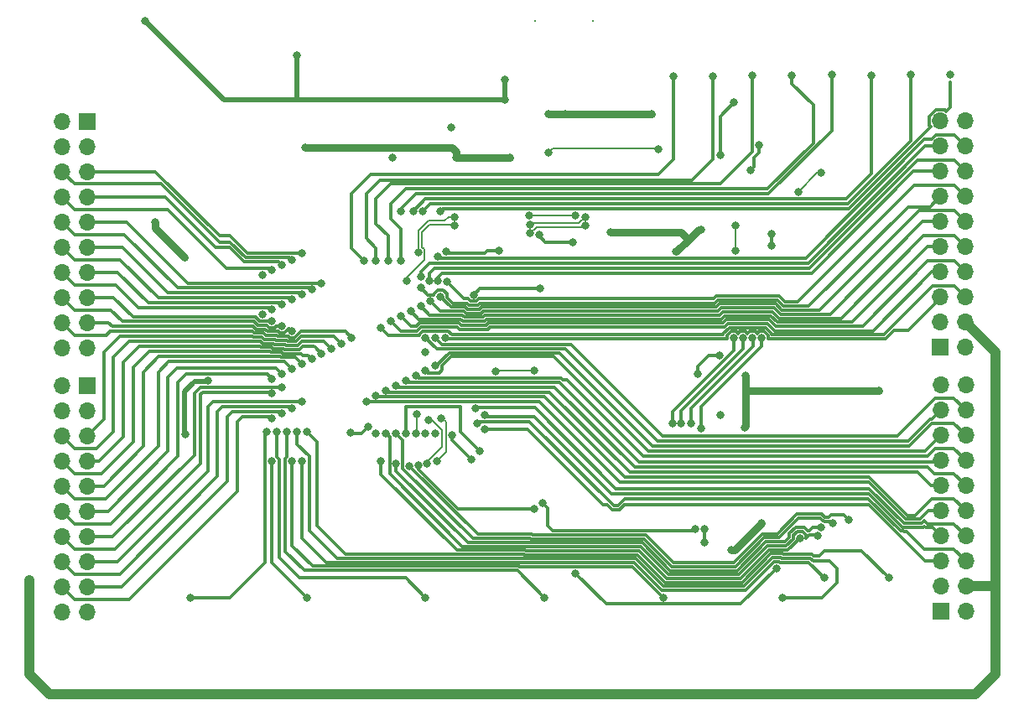
<source format=gbr>
%TF.GenerationSoftware,KiCad,Pcbnew,9.0.4*%
%TF.CreationDate,2025-10-20T22:36:38-03:00*%
%TF.ProjectId,fpga-utn,66706761-2d75-4746-9e2e-6b696361645f,rev?*%
%TF.SameCoordinates,Original*%
%TF.FileFunction,Copper,L2,Bot*%
%TF.FilePolarity,Positive*%
%FSLAX46Y46*%
G04 Gerber Fmt 4.6, Leading zero omitted, Abs format (unit mm)*
G04 Created by KiCad (PCBNEW 9.0.4) date 2025-10-20 22:36:38*
%MOMM*%
%LPD*%
G01*
G04 APERTURE LIST*
%TA.AperFunction,ComponentPad*%
%ADD10R,1.700000X1.700000*%
%TD*%
%TA.AperFunction,ComponentPad*%
%ADD11O,1.700000X1.700000*%
%TD*%
%TA.AperFunction,ComponentPad*%
%ADD12C,0.325000*%
%TD*%
%TA.AperFunction,ViaPad*%
%ADD13C,0.800000*%
%TD*%
%TA.AperFunction,Conductor*%
%ADD14C,0.500000*%
%TD*%
%TA.AperFunction,Conductor*%
%ADD15C,1.000000*%
%TD*%
%TA.AperFunction,Conductor*%
%ADD16C,0.750000*%
%TD*%
%TA.AperFunction,Conductor*%
%ADD17C,0.300000*%
%TD*%
%TA.AperFunction,Conductor*%
%ADD18C,0.200000*%
%TD*%
G04 APERTURE END LIST*
D10*
%TO.P,P3,1,3V3*%
%TO.N,+3V3*%
X219500000Y-139660000D03*
D11*
%TO.P,P3,2,3V3*%
X222040000Y-139660000D03*
%TO.P,P3,3,5V*%
%TO.N,+5V*%
X219500000Y-137120000D03*
%TO.P,P3,4,5V*%
X222040000Y-137120000D03*
%TO.P,P3,5,IO1*%
%TO.N,Net-(P3-IO1)*%
X219500000Y-134580000D03*
%TO.P,P3,6,IO2*%
%TO.N,Net-(P3-IO2)*%
X222040000Y-134580000D03*
%TO.P,P3,7,IO3*%
%TO.N,Net-(P3-IO3)*%
X219500000Y-132040000D03*
%TO.P,P3,8,IO4*%
%TO.N,Net-(P3-IO4)*%
X222040000Y-132040000D03*
%TO.P,P3,9,IO5*%
%TO.N,Net-(P3-IO5)*%
X219500000Y-129500000D03*
%TO.P,P3,10,IO6*%
%TO.N,Net-(P3-IO6)*%
X222040000Y-129500000D03*
%TO.P,P3,11,IO7*%
%TO.N,Net-(P3-IO7)*%
X219500000Y-126960000D03*
%TO.P,P3,12,IO8*%
%TO.N,Net-(P3-IO8)*%
X222040000Y-126960000D03*
%TO.P,P3,13,IO9*%
%TO.N,Net-(P3-IO9)*%
X219500000Y-124420000D03*
%TO.P,P3,14,IO10*%
%TO.N,Net-(P3-IO10)*%
X222040000Y-124420000D03*
%TO.P,P3,15,IO11*%
%TO.N,Net-(P3-IO11)*%
X219500000Y-121880000D03*
%TO.P,P3,16,IO12*%
%TO.N,Net-(P3-IO12)*%
X222040000Y-121880000D03*
%TO.P,P3,17,IO13*%
%TO.N,Net-(P3-IO13)*%
X219500000Y-119340000D03*
%TO.P,P3,18,IO14*%
%TO.N,Net-(P3-IO14)*%
X222040000Y-119340000D03*
%TO.P,P3,19,GND*%
%TO.N,GND*%
X219500000Y-116800000D03*
%TO.P,P3,20,GND*%
X222040000Y-116800000D03*
%TD*%
D12*
%TO.P,J1,MH1*%
%TO.N,N/C*%
X184365000Y-80065000D03*
%TO.P,J1,MH2*%
X178585000Y-80065000D03*
%TD*%
D10*
%TO.P,P1,1,3V3*%
%TO.N,+3V3*%
X133350000Y-90170000D03*
D11*
%TO.P,P1,2,3V3*%
X130810000Y-90170000D03*
%TO.P,P1,3,5V*%
%TO.N,+5V*%
X133350000Y-92710000D03*
%TO.P,P1,4,5V*%
X130810000Y-92710000D03*
%TO.P,P1,5,IO1*%
%TO.N,Net-(P1-IO1)*%
X133350000Y-95250000D03*
%TO.P,P1,6,IO2*%
%TO.N,Net-(P1-IO2)*%
X130810000Y-95250000D03*
%TO.P,P1,7,IO3*%
%TO.N,Net-(P1-IO3)*%
X133350000Y-97790000D03*
%TO.P,P1,8,IO4*%
%TO.N,Net-(P1-IO4)*%
X130810000Y-97790000D03*
%TO.P,P1,9,IO5*%
%TO.N,Net-(P1-IO5)*%
X133350000Y-100330000D03*
%TO.P,P1,10,IO6*%
%TO.N,Net-(P1-IO6)*%
X130810000Y-100330000D03*
%TO.P,P1,11,IO7*%
%TO.N,Net-(P1-IO7)*%
X133350000Y-102870000D03*
%TO.P,P1,12,IO8*%
%TO.N,Net-(P1-IO8)*%
X130810000Y-102870000D03*
%TO.P,P1,13,IO9*%
%TO.N,Net-(P1-IO9)*%
X133350000Y-105410000D03*
%TO.P,P1,14,IO10*%
%TO.N,Net-(P1-IO10)*%
X130810000Y-105410000D03*
%TO.P,P1,15,IO11*%
%TO.N,Net-(P1-IO11)*%
X133350000Y-107950000D03*
%TO.P,P1,16,IO12*%
%TO.N,Net-(P1-IO12)*%
X130810000Y-107950000D03*
%TO.P,P1,17,IO13*%
%TO.N,Net-(P1-IO13)*%
X133350000Y-110490000D03*
%TO.P,P1,18,IO14*%
%TO.N,Net-(P1-IO14)*%
X130810000Y-110490000D03*
%TO.P,P1,19,GND*%
%TO.N,GND*%
X133350000Y-113030000D03*
%TO.P,P1,20,GND*%
X130810000Y-113030000D03*
%TD*%
D10*
%TO.P,P4,1,3V3*%
%TO.N,+3V3*%
X219460000Y-113000000D03*
D11*
%TO.P,P4,2,3V3*%
X222000000Y-113000000D03*
%TO.P,P4,3,5V*%
%TO.N,+5V*%
X219460000Y-110460000D03*
%TO.P,P4,4,5V*%
X222000000Y-110460000D03*
%TO.P,P4,5,IO1*%
%TO.N,Net-(P4-IO1)*%
X219460000Y-107920000D03*
%TO.P,P4,6,IO2*%
%TO.N,Net-(P4-IO2)*%
X222000000Y-107920000D03*
%TO.P,P4,7,IO3*%
%TO.N,Net-(P4-IO3)*%
X219460000Y-105380000D03*
%TO.P,P4,8,IO4*%
%TO.N,Net-(P4-IO4)*%
X222000000Y-105380000D03*
%TO.P,P4,9,IO5*%
%TO.N,Net-(P4-IO5)*%
X219460000Y-102840000D03*
%TO.P,P4,10,IO6*%
%TO.N,Net-(P4-IO6)*%
X222000000Y-102840000D03*
%TO.P,P4,11,IO7*%
%TO.N,Net-(P4-IO7)*%
X219460000Y-100300000D03*
%TO.P,P4,12,IO8*%
%TO.N,Net-(P4-IO8)*%
X222000000Y-100300000D03*
%TO.P,P4,13,IO9*%
%TO.N,Net-(P4-IO9)*%
X219460000Y-97760000D03*
%TO.P,P4,14,IO10*%
%TO.N,Net-(P4-IO10)*%
X222000000Y-97760000D03*
%TO.P,P4,15,IO11*%
%TO.N,Net-(P4-IO11)*%
X219460000Y-95220000D03*
%TO.P,P4,16,IO12*%
%TO.N,Net-(P4-IO12)*%
X222000000Y-95220000D03*
%TO.P,P4,17,IO13*%
%TO.N,Net-(P4-IO13)*%
X219460000Y-92680000D03*
%TO.P,P4,18,IO14*%
%TO.N,Net-(P4-IO14)*%
X222000000Y-92680000D03*
%TO.P,P4,19,GND*%
%TO.N,GND*%
X219460000Y-90140000D03*
%TO.P,P4,20,GND*%
X222000000Y-90140000D03*
%TD*%
D10*
%TO.P,P2,1,3V3*%
%TO.N,+3V3*%
X133350000Y-116840000D03*
D11*
%TO.P,P2,2,3V3*%
X130810000Y-116840000D03*
%TO.P,P2,3,5V*%
%TO.N,+5V*%
X133350000Y-119380000D03*
%TO.P,P2,4,5V*%
X130810000Y-119380000D03*
%TO.P,P2,5,IO1*%
%TO.N,Net-(P2-IO1)*%
X133350000Y-121920000D03*
%TO.P,P2,6,IO2*%
%TO.N,Net-(P2-IO2)*%
X130810000Y-121920000D03*
%TO.P,P2,7,IO3*%
%TO.N,Net-(P2-IO3)*%
X133350000Y-124460000D03*
%TO.P,P2,8,IO4*%
%TO.N,Net-(P2-IO4)*%
X130810000Y-124460000D03*
%TO.P,P2,9,IO5*%
%TO.N,Net-(P2-IO5)*%
X133350000Y-127000000D03*
%TO.P,P2,10,IO6*%
%TO.N,Net-(P2-IO6)*%
X130810000Y-127000000D03*
%TO.P,P2,11,IO7*%
%TO.N,Net-(P2-IO7)*%
X133350000Y-129540000D03*
%TO.P,P2,12,IO8*%
%TO.N,Net-(P2-IO8)*%
X130810000Y-129540000D03*
%TO.P,P2,13,IO9*%
%TO.N,Net-(P2-IO9)*%
X133350000Y-132080000D03*
%TO.P,P2,14,IO10*%
%TO.N,Net-(P2-IO10)*%
X130810000Y-132080000D03*
%TO.P,P2,15,IO11*%
%TO.N,Net-(P2-IO11)*%
X133350000Y-134620000D03*
%TO.P,P2,16,IO12*%
%TO.N,Net-(P2-IO12)*%
X130810000Y-134620000D03*
%TO.P,P2,17,IO13*%
%TO.N,Net-(P2-IO13)*%
X133350000Y-137160000D03*
%TO.P,P2,18,IO14*%
%TO.N,Net-(P2-IO14)*%
X130810000Y-137160000D03*
%TO.P,P2,19,GND*%
%TO.N,GND*%
X133350000Y-139700000D03*
%TO.P,P2,20,GND*%
X130810000Y-139700000D03*
%TD*%
D13*
%TO.N,GND*%
X175500000Y-88000000D03*
X164134800Y-93802200D03*
X139175000Y-80010000D03*
X151000000Y-105650000D03*
X151000000Y-109700000D03*
X162509200Y-121716800D03*
X154500000Y-83500000D03*
X175500000Y-86000000D03*
X167500000Y-113500000D03*
X167500000Y-121650000D03*
X197307200Y-119786400D03*
X170053000Y-90779600D03*
%TO.N,+5V*%
X127500000Y-136500000D03*
%TO.N,+3V3*%
X186182000Y-101346000D03*
X213283800Y-117373400D03*
X190322200Y-89408000D03*
X195326000Y-101092000D03*
X201396600Y-130759200D03*
X179933600Y-89408000D03*
X198374000Y-133451600D03*
X199720200Y-121056400D03*
X199847200Y-115824000D03*
X192786000Y-103350000D03*
X181575000Y-89408000D03*
%TO.N,+1V2*%
X172339000Y-107696000D03*
X143256000Y-121793000D03*
X145542000Y-116347000D03*
X170561000Y-93853000D03*
X143129000Y-103886000D03*
X140208000Y-100330000D03*
X155356800Y-92801200D03*
X179070000Y-107061000D03*
X176022000Y-93853000D03*
%TO.N,Net-(D3-K)*%
X169609416Y-103350000D03*
X174879000Y-103251000D03*
%TO.N,Net-(U6E-~{CRESET})*%
X178435000Y-129271000D03*
X166777443Y-124892368D03*
%TO.N,/Memorias y PLL/Flash_RESET*%
X195616403Y-131352000D03*
X195656200Y-132664200D03*
%TO.N,/Memorias y PLL/Flash_DI*%
X199513003Y-112051000D03*
X193305003Y-120650000D03*
X202438000Y-102708000D03*
X202438000Y-101508000D03*
%TO.N,Net-(U6E-IOB_105_SDO)*%
X183642000Y-100711000D03*
X201168000Y-92583000D03*
X166624000Y-119761000D03*
X166500000Y-121650000D03*
X178054000Y-101473000D03*
X200311552Y-95088000D03*
%TO.N,Net-(U6E-IOB_106_SDI)*%
X182626000Y-99650000D03*
X166751000Y-103378000D03*
X167663104Y-124732343D03*
X167767000Y-120349000D03*
X170434000Y-99822000D03*
X177925158Y-99682265D03*
%TO.N,/Memorias y PLL/Flash_DO*%
X194310000Y-120650000D03*
X200514500Y-112051000D03*
%TO.N,Net-(U6E-IOB_107_SCK)*%
X205105000Y-97282000D03*
X178054000Y-100572997D03*
X170434000Y-100722003D03*
X169037000Y-120142000D03*
X165587765Y-106278765D03*
X207391000Y-95377000D03*
X168641000Y-124500000D03*
X183642000Y-99810997D03*
%TO.N,Net-(P1-IO7)*%
X155000000Y-107650000D03*
%TO.N,/Memorias y PLL/Flash_CS*%
X195326000Y-121208800D03*
X201414503Y-112051000D03*
%TO.N,Net-(U6E-IOB_108_SS)*%
X178460400Y-115316000D03*
X174599600Y-115449000D03*
X191033400Y-92964000D03*
X191033400Y-92964000D03*
X168500000Y-121650000D03*
X179950000Y-93345000D03*
%TO.N,Net-(D4-A)*%
X173000000Y-123500000D03*
X165500000Y-121650000D03*
%TO.N,/Memorias y PLL/Flash_DONE*%
X194716400Y-131352000D03*
X179324000Y-128676400D03*
%TO.N,Net-(P1-IO11)*%
X152000000Y-110350000D03*
%TO.N,Net-(P1-IO14)*%
X160000000Y-112000000D03*
%TO.N,Net-(P1-IO3)*%
X153000000Y-104650000D03*
%TO.N,Net-(P1-IO12)*%
X153000000Y-110850000D03*
%TO.N,Net-(P1-IO8)*%
X154000000Y-108150000D03*
%TO.N,Net-(P1-IO4)*%
X152000000Y-105150000D03*
%TO.N,Net-(P1-IO13)*%
X154000000Y-111350000D03*
%TO.N,/Perifericos/BOT7*%
X207750000Y-136250000D03*
X155000000Y-124500000D03*
%TO.N,/Perifericos/VUART_DTR*%
X207439452Y-131172645D03*
X164541200Y-124714000D03*
%TO.N,Net-(P1-IO1)*%
X155000000Y-103500000D03*
%TO.N,/Perifericos/VUART_DSR*%
X208597500Y-130746500D03*
X164500000Y-121650000D03*
%TO.N,Net-(P1-IO6)*%
X156000000Y-107150000D03*
%TO.N,/Perifericos/12MHz_CLK*%
X182372000Y-102362000D03*
X178941757Y-101620960D03*
%TO.N,Net-(P1-IO5)*%
X157000000Y-106500000D03*
%TO.N,Net-(P1-IO10)*%
X152000000Y-109150000D03*
%TO.N,Net-(P1-IO9)*%
X153000000Y-108650000D03*
%TO.N,Net-(P1-IO2)*%
X154000000Y-104150000D03*
%TO.N,/Perifericos/LED8*%
X192500000Y-85598000D03*
X161250000Y-104250000D03*
%TO.N,Net-(P2-IO13)*%
X153000000Y-119650000D03*
%TO.N,/Perifericos/LED3*%
X212500000Y-85576000D03*
X166250000Y-99250000D03*
%TO.N,Net-(P2-IO11)*%
X155000000Y-118500000D03*
%TO.N,Net-(P2-IO5)*%
X155000000Y-114650000D03*
%TO.N,Net-(P2-IO9)*%
X153000000Y-117000000D03*
%TO.N,/Perifericos/BOT6*%
X154500000Y-121500000D03*
X203500000Y-138250000D03*
%TO.N,Net-(P2-IO14)*%
X152000000Y-120150000D03*
%TO.N,Net-(P2-IO4)*%
X156000000Y-114150000D03*
%TO.N,Net-(P2-IO10)*%
X152000000Y-117650000D03*
%TO.N,Net-(P2-IO3)*%
X157000000Y-113650000D03*
%TO.N,Net-(P2-IO12)*%
X154000000Y-119150000D03*
%TO.N,Net-(P2-IO2)*%
X158000000Y-113150000D03*
%TO.N,Net-(P2-IO6)*%
X154000000Y-115150000D03*
%TO.N,Net-(P2-IO1)*%
X159000000Y-112650000D03*
%TO.N,Net-(P2-IO7)*%
X153000000Y-115650000D03*
%TO.N,Net-(P2-IO8)*%
X152000000Y-116150000D03*
%TO.N,Net-(P3-IO3)*%
X173500000Y-119850000D03*
%TO.N,Net-(P3-IO8)*%
X164500000Y-116850000D03*
%TO.N,Net-(P3-IO11)*%
X167500000Y-115350000D03*
%TO.N,Net-(P3-IO12)*%
X168500000Y-114850000D03*
%TO.N,Net-(P3-IO6)*%
X162500000Y-117850000D03*
%TO.N,Net-(P3-IO4)*%
X172550000Y-119150000D03*
%TO.N,Net-(P3-IO1)*%
X173500000Y-121300000D03*
%TO.N,Net-(P3-IO9)*%
X165500000Y-116350000D03*
%TO.N,Net-(P3-IO13)*%
X167500000Y-112000000D03*
%TO.N,/Perifericos/LED6*%
X200500000Y-85576000D03*
X163728186Y-104228186D03*
%TO.N,Net-(P3-IO10)*%
X166500000Y-115850000D03*
%TO.N,/Perifericos/BOT8*%
X155500000Y-121500000D03*
X214250000Y-136250000D03*
%TO.N,/Perifericos/LED7*%
X162500000Y-104250000D03*
X196500000Y-85598000D03*
%TO.N,Net-(P3-IO14)*%
X168500000Y-112000000D03*
%TO.N,Net-(P3-IO2)*%
X172727506Y-120650000D03*
%TO.N,/Perifericos/LED4*%
X208500000Y-85471000D03*
X165000000Y-99250000D03*
%TO.N,/Perifericos/BOT1*%
X143750000Y-138250000D03*
X151500000Y-121500000D03*
%TO.N,Net-(P3-IO7)*%
X163500000Y-117350000D03*
%TO.N,/Perifericos/LED5*%
X204500000Y-85576000D03*
X165000000Y-104250000D03*
%TO.N,Net-(P3-IO5)*%
X161500000Y-118500000D03*
%TO.N,Net-(P4-IO9)*%
X167000000Y-107000000D03*
%TO.N,/Perifericos/BOT3*%
X167500000Y-138250000D03*
X152500000Y-121500000D03*
%TO.N,/Perifericos/BOT4*%
X179500000Y-138250000D03*
X153500000Y-121500000D03*
%TO.N,Net-(P4-IO5)*%
X166000000Y-109350000D03*
%TO.N,/Perifericos/VUART_DCD*%
X165881553Y-124978307D03*
X210185000Y-130429000D03*
%TO.N,Net-(P4-IO1)*%
X169500000Y-112000000D03*
%TO.N,Net-(P4-IO14)*%
X168735000Y-103850000D03*
%TO.N,Net-(P4-IO11)*%
X168773776Y-106293445D03*
%TO.N,Net-(P4-IO2)*%
X163000000Y-111000000D03*
%TO.N,Net-(P4-IO7)*%
X168000000Y-108350000D03*
%TO.N,Net-(P4-IO8)*%
X169000000Y-107850000D03*
%TO.N,/Perifericos/VUART_Tx*%
X182626000Y-135788400D03*
X202946000Y-135280400D03*
%TO.N,Net-(P4-IO6)*%
X167000000Y-108850000D03*
%TO.N,Net-(P4-IO13)*%
X167073270Y-105887825D03*
%TO.N,Net-(P4-IO4)*%
X165000000Y-109850000D03*
%TO.N,/Perifericos/LED1*%
X169000000Y-99250000D03*
X220500000Y-85449000D03*
%TO.N,Net-(P4-IO3)*%
X164000000Y-110350000D03*
%TO.N,Net-(P4-IO10)*%
X169672000Y-106350000D03*
%TO.N,Net-(P4-IO12)*%
X167873791Y-106299128D03*
%TO.N,/Perifericos/BOT5*%
X191500000Y-138250000D03*
X154000000Y-124500000D03*
%TO.N,/Perifericos/BOT2*%
X152000000Y-124500000D03*
X155500000Y-138250000D03*
%TO.N,/Perifericos/LED2*%
X216500000Y-85449000D03*
X167250000Y-99250000D03*
%TO.N,/Perifericos/VUART_Rx*%
X170152000Y-121843800D03*
X172135800Y-124333000D03*
X161676001Y-121012000D03*
X159918400Y-121564400D03*
%TO.N,/Perifericos/VUART_CTS*%
X207114202Y-132011821D03*
X163500000Y-121650000D03*
%TO.N,/Perifericos/VUART_RTS*%
X205282800Y-132242800D03*
X163000000Y-124500000D03*
%TO.N,/Memorias y PLL/Flash_SCK*%
X192405000Y-120650000D03*
X198755000Y-100711000D03*
X198755000Y-103251000D03*
X198613000Y-112051000D03*
%TO.N,Net-(U4-~{PWREN})*%
X195021200Y-115671600D03*
X197190480Y-113802280D03*
%TO.N,Net-(U7-~{HOLD})*%
X198628000Y-88265000D03*
X197231000Y-93599000D03*
%TD*%
D14*
%TO.N,GND*%
X147320000Y-88000000D02*
X147165000Y-88000000D01*
X147165000Y-88000000D02*
X139175000Y-80010000D01*
X175500000Y-88000000D02*
X174000000Y-88000000D01*
X154500000Y-88000000D02*
X147165000Y-88000000D01*
X175500000Y-88000000D02*
X175500000Y-86000000D01*
X154500000Y-83500000D02*
X154500000Y-88000000D01*
X174000000Y-88000000D02*
X154500000Y-88000000D01*
D15*
%TO.N,+5V*%
X129500000Y-148000000D02*
X223000000Y-148000000D01*
X223000000Y-148000000D02*
X225000000Y-146000000D01*
X225000000Y-146000000D02*
X225000000Y-137000000D01*
X224880000Y-137120000D02*
X225000000Y-137000000D01*
X225000000Y-113460000D02*
X222000000Y-110460000D01*
X222040000Y-137120000D02*
X224880000Y-137120000D01*
X127500000Y-146000000D02*
X129500000Y-148000000D01*
X127500000Y-136500000D02*
X127500000Y-146000000D01*
X225000000Y-137000000D02*
X225000000Y-113460000D01*
D16*
%TO.N,+3V3*%
X213283800Y-117373400D02*
X200355200Y-117373400D01*
X190322200Y-89408000D02*
X181575000Y-89408000D01*
X199847200Y-116865400D02*
X199847200Y-120929400D01*
D17*
X195326000Y-101092000D02*
X195072000Y-101092000D01*
D16*
X199847200Y-115824000D02*
X199847200Y-116865400D01*
X198704200Y-133451600D02*
X198374000Y-133451600D01*
X193294000Y-101346000D02*
X194056000Y-102108000D01*
D17*
X199847200Y-116865400D02*
X200355200Y-117373400D01*
D16*
X186182000Y-101346000D02*
X193294000Y-101346000D01*
X192814000Y-103350000D02*
X192786000Y-103350000D01*
X181575000Y-89408000D02*
X179933600Y-89408000D01*
X194056000Y-102108000D02*
X192814000Y-103350000D01*
X201396600Y-130759200D02*
X198704200Y-133451600D01*
X195072000Y-101092000D02*
X194056000Y-102108000D01*
D17*
X199847200Y-120929400D02*
X199720200Y-121056400D01*
D16*
%TO.N,+1V2*%
X140208000Y-100965000D02*
X140208000Y-100330000D01*
D14*
X143256000Y-121793000D02*
X143129000Y-121666000D01*
D16*
X170561000Y-93218000D02*
X170180000Y-92837000D01*
D17*
X145415000Y-116459000D02*
X145527000Y-116347000D01*
D16*
X176022000Y-93853000D02*
X170561000Y-93853000D01*
D14*
X143129000Y-121666000D02*
X143129000Y-117475000D01*
D17*
X172339000Y-107696000D02*
X172974000Y-107061000D01*
D14*
X144145000Y-116459000D02*
X145415000Y-116459000D01*
D16*
X143129000Y-103886000D02*
X140208000Y-100965000D01*
X170561000Y-93853000D02*
X170561000Y-93218000D01*
X169128200Y-92801200D02*
X155356800Y-92801200D01*
D17*
X144018000Y-116586000D02*
X144145000Y-116459000D01*
X172974000Y-107061000D02*
X179070000Y-107061000D01*
D16*
X169164000Y-92837000D02*
X169128200Y-92801200D01*
D14*
X143129000Y-117475000D02*
X144018000Y-116586000D01*
D17*
X145527000Y-116347000D02*
X145542000Y-116347000D01*
D16*
X170180000Y-92837000D02*
X169164000Y-92837000D01*
D17*
%TO.N,Net-(D3-K)*%
X169885000Y-103500000D02*
X169735000Y-103350000D01*
X173749000Y-103251000D02*
X173500000Y-103500000D01*
X174879000Y-103251000D02*
X173749000Y-103251000D01*
X173500000Y-103500000D02*
X169885000Y-103500000D01*
%TO.N,Net-(U6E-~{CRESET})*%
X166777443Y-125307097D02*
X170741346Y-129271000D01*
X170741346Y-129271000D02*
X178435000Y-129271000D01*
X166777443Y-124892368D02*
X166777443Y-125307097D01*
%TO.N,/Memorias y PLL/Flash_RESET*%
X195616403Y-132624403D02*
X195656200Y-132664200D01*
X195616403Y-131352000D02*
X195616403Y-132624403D01*
%TO.N,/Memorias y PLL/Flash_DI*%
X202438000Y-101508000D02*
X202438000Y-102708000D01*
X199513003Y-112051000D02*
X199513003Y-112675243D01*
X199513003Y-112675243D02*
X199528003Y-112690243D01*
X193294000Y-120638997D02*
X193305003Y-120650000D01*
X199528003Y-112690243D02*
X199528003Y-113145997D01*
X193294000Y-119380000D02*
X193294000Y-120638997D01*
X199528003Y-113145997D02*
X193294000Y-119380000D01*
%TO.N,Net-(U6E-IOB_105_SDO)*%
X200660000Y-94739552D02*
X200660000Y-93853000D01*
D18*
X166624000Y-121526000D02*
X166500000Y-121650000D01*
X183515000Y-100838000D02*
X178689000Y-100838000D01*
X178689000Y-100838000D02*
X178054000Y-101473000D01*
X183642000Y-100711000D02*
X183515000Y-100838000D01*
D17*
X200311552Y-95088000D02*
X200660000Y-94739552D01*
X201168000Y-93345000D02*
X201168000Y-92583000D01*
X200660000Y-93853000D02*
X201168000Y-93345000D01*
D18*
X166624000Y-119761000D02*
X166624000Y-121526000D01*
%TO.N,Net-(U6E-IOB_106_SDI)*%
X169799000Y-99822000D02*
X170434000Y-99822000D01*
X166751000Y-101219000D02*
X167767000Y-100203000D01*
X169151000Y-121380346D02*
X169151000Y-123069346D01*
X169151000Y-123069346D02*
X167663104Y-124557242D01*
X166751000Y-103378000D02*
X166751000Y-101219000D01*
X167894000Y-100203000D02*
X169418000Y-100203000D01*
X167663104Y-124557242D02*
X167663104Y-124732343D01*
X169418000Y-100203000D02*
X169799000Y-99822000D01*
X168119654Y-120349000D02*
X169151000Y-121380346D01*
X167767000Y-100203000D02*
X167894000Y-100203000D01*
X177925158Y-99682265D02*
X182593735Y-99682265D01*
X182593735Y-99682265D02*
X182626000Y-99650000D01*
X167767000Y-120349000D02*
X168119654Y-120349000D01*
D17*
%TO.N,/Memorias y PLL/Flash_DO*%
X194310000Y-119126000D02*
X194310000Y-120650000D01*
X200514500Y-112159500D02*
X200533000Y-112178000D01*
X200533000Y-112903000D02*
X194310000Y-119126000D01*
X200533000Y-112178000D02*
X200533000Y-112903000D01*
X200514500Y-112051000D02*
X200514500Y-112159500D01*
D18*
%TO.N,Net-(U6E-IOB_107_SCK)*%
X169164000Y-120142000D02*
X169037000Y-120142000D01*
X167352000Y-104174000D02*
X167352000Y-103090000D01*
X167132000Y-102870000D02*
X167132000Y-101346000D01*
X207010000Y-95377000D02*
X207391000Y-95377000D01*
X168641000Y-124500000D02*
X169552000Y-123589000D01*
X169552000Y-120530000D02*
X169164000Y-120142000D01*
X178054000Y-100572997D02*
X178169997Y-100457000D01*
X165587765Y-106278765D02*
X165587765Y-105938235D01*
X170295997Y-100584000D02*
X170434000Y-100722003D01*
X205105000Y-97282000D02*
X207010000Y-95377000D01*
X165587765Y-105938235D02*
X167352000Y-104174000D01*
X182995997Y-100457000D02*
X183642000Y-99810997D01*
X167894000Y-100584000D02*
X170295997Y-100584000D01*
X178169997Y-100457000D02*
X182995997Y-100457000D01*
X167132000Y-101346000D02*
X167894000Y-100584000D01*
X169552000Y-123589000D02*
X169552000Y-120530000D01*
X167352000Y-103090000D02*
X167132000Y-102870000D01*
D17*
%TO.N,Net-(P1-IO7)*%
X136870000Y-102870000D02*
X133350000Y-102870000D01*
X155000000Y-107650000D02*
X154850000Y-107500000D01*
X141500000Y-107500000D02*
X136870000Y-102870000D01*
X154850000Y-107500000D02*
X141500000Y-107500000D01*
%TO.N,/Memorias y PLL/Flash_CS*%
X195326000Y-118999000D02*
X195326000Y-121208800D01*
X201414503Y-112051000D02*
X201414503Y-112910497D01*
X201414503Y-112910497D02*
X195326000Y-118999000D01*
D18*
%TO.N,Net-(U6E-IOB_108_SS)*%
X178426400Y-115350000D02*
X178460400Y-115316000D01*
X180356400Y-92938600D02*
X191008000Y-92938600D01*
X174698600Y-115350000D02*
X178426400Y-115350000D01*
X191008000Y-92938600D02*
X191033400Y-92964000D01*
X174599600Y-115449000D02*
X174698600Y-115350000D01*
X179950000Y-93345000D02*
X180356400Y-92938600D01*
D17*
%TO.N,Net-(D4-A)*%
X165500000Y-119000000D02*
X165500000Y-121650000D01*
X171000000Y-121500000D02*
X171000000Y-119000000D01*
X171000000Y-119000000D02*
X165500000Y-119000000D01*
X173000000Y-123500000D02*
X171000000Y-121500000D01*
%TO.N,/Memorias y PLL/Flash_DONE*%
X179832000Y-130962400D02*
X179832000Y-129184400D01*
X194580200Y-131488200D02*
X180357800Y-131488200D01*
X180357800Y-131488200D02*
X179832000Y-130962400D01*
X194716400Y-131352000D02*
X194580200Y-131488200D01*
X179832000Y-129184400D02*
X179324000Y-128676400D01*
%TO.N,Net-(P1-IO11)*%
X150730346Y-110351000D02*
X150341346Y-109962000D01*
X137962000Y-109962000D02*
X135950000Y-107950000D01*
X151978204Y-110328204D02*
X151292450Y-110328204D01*
X135950000Y-107950000D02*
X133350000Y-107950000D01*
X151292450Y-110328204D02*
X151269654Y-110351000D01*
X151269654Y-110351000D02*
X150730346Y-110351000D01*
X150341346Y-109962000D02*
X137962000Y-109962000D01*
X152000000Y-110350000D02*
X151978204Y-110328204D01*
%TO.N,Net-(P1-IO14)*%
X150232046Y-111554000D02*
X150057046Y-111379000D01*
X152564246Y-111902000D02*
X152465246Y-111803000D01*
X153730346Y-112001000D02*
X153631346Y-111902000D01*
X150057046Y-111379000D02*
X135641000Y-111379000D01*
X151398146Y-111803000D02*
X151149146Y-111554000D01*
X154891654Y-111379000D02*
X154269654Y-112001000D01*
X135641000Y-111379000D02*
X135260000Y-111760000D01*
X151149146Y-111554000D02*
X150232046Y-111554000D01*
X135260000Y-111760000D02*
X132080000Y-111760000D01*
X152465246Y-111803000D02*
X151398146Y-111803000D01*
X153631346Y-111902000D02*
X152564246Y-111902000D01*
X154269654Y-112001000D02*
X153730346Y-112001000D01*
X132080000Y-111760000D02*
X130810000Y-110490000D01*
X159379000Y-111379000D02*
X154891654Y-111379000D01*
X160000000Y-112000000D02*
X159379000Y-111379000D01*
%TO.N,Net-(P1-IO3)*%
X147709800Y-102870000D02*
X146304000Y-102870000D01*
X153000000Y-104650000D02*
X152652000Y-104302000D01*
X141224000Y-97790000D02*
X133350000Y-97790000D01*
X149141800Y-104302000D02*
X147709800Y-102870000D01*
X146304000Y-102870000D02*
X141224000Y-97790000D01*
X152652000Y-104302000D02*
X149141800Y-104302000D01*
%TO.N,Net-(P1-IO12)*%
X132080000Y-109220000D02*
X130810000Y-107950000D01*
X153000000Y-110850000D02*
X152420654Y-110850000D01*
X152269654Y-111001000D02*
X151730346Y-111001000D01*
X136863000Y-110363000D02*
X135720000Y-109220000D01*
X151730346Y-111001000D02*
X151481346Y-110752000D01*
X150564246Y-110752000D02*
X150175246Y-110363000D01*
X135720000Y-109220000D02*
X132080000Y-109220000D01*
X152420654Y-110850000D02*
X152269654Y-111001000D01*
X150175246Y-110363000D02*
X136863000Y-110363000D01*
X151481346Y-110752000D02*
X150564246Y-110752000D01*
%TO.N,Net-(P1-IO8)*%
X132080000Y-104140000D02*
X130810000Y-102870000D01*
X154000000Y-108150000D02*
X153850000Y-108000000D01*
X136640000Y-104140000D02*
X132080000Y-104140000D01*
X140500000Y-108000000D02*
X136640000Y-104140000D01*
X153850000Y-108000000D02*
X140500000Y-108000000D01*
%TO.N,Net-(P1-IO4)*%
X132080000Y-99060000D02*
X130810000Y-97790000D01*
X151850000Y-105000000D02*
X147418000Y-105000000D01*
X152000000Y-105150000D02*
X151850000Y-105000000D01*
X141478000Y-99060000D02*
X132080000Y-99060000D01*
X147418000Y-105000000D02*
X141478000Y-99060000D01*
%TO.N,Net-(P1-IO13)*%
X153651000Y-111119654D02*
X153269654Y-111501000D01*
X153769654Y-111119654D02*
X153651000Y-111119654D01*
X152730346Y-111501000D02*
X152631346Y-111402000D01*
X135490000Y-110490000D02*
X133350000Y-110490000D01*
X151315246Y-111153000D02*
X150398146Y-111153000D01*
X135871000Y-110871000D02*
X135490000Y-110490000D01*
X151564246Y-111402000D02*
X151315246Y-111153000D01*
X150116146Y-110871000D02*
X135871000Y-110871000D01*
X150398146Y-111153000D02*
X150116146Y-110871000D01*
X152631346Y-111402000D02*
X151564246Y-111402000D01*
X153269654Y-111501000D02*
X152730346Y-111501000D01*
X154000000Y-111350000D02*
X153769654Y-111119654D01*
%TO.N,/Perifericos/BOT7*%
X203215654Y-134629400D02*
X202676346Y-134629400D01*
X177111200Y-134727000D02*
X177082200Y-134698000D01*
X191358100Y-137541000D02*
X188544100Y-134727000D01*
X206196200Y-134696200D02*
X203282454Y-134696200D01*
X207750000Y-136250000D02*
X206196200Y-134696200D01*
X199764746Y-137541000D02*
X191358100Y-137541000D01*
X202676346Y-134629400D02*
X199764746Y-137541000D01*
X155000000Y-132250000D02*
X155000000Y-124500000D01*
X177082200Y-134698000D02*
X157448000Y-134698000D01*
X203282454Y-134696200D02*
X203215654Y-134629400D01*
X188544100Y-134727000D02*
X177111200Y-134727000D01*
X157448000Y-134698000D02*
X155000000Y-132250000D01*
%TO.N,/Perifericos/VUART_DTR*%
X204847046Y-131190800D02*
X204230800Y-131807046D01*
X206079754Y-131552000D02*
X205718554Y-131190800D01*
X189374600Y-132722000D02*
X177941700Y-132722000D01*
X206233190Y-131552000D02*
X206079754Y-131552000D01*
X207439452Y-131172645D02*
X206612545Y-131172645D01*
X206612545Y-131172645D02*
X206233190Y-131552000D01*
X198934246Y-135536000D02*
X192188600Y-135536000D01*
X204230800Y-131807046D02*
X204230800Y-132160600D01*
X203767000Y-132624400D02*
X201845846Y-132624400D01*
X177912700Y-132693000D02*
X171760100Y-132693000D01*
X192188600Y-135536000D02*
X189374600Y-132722000D01*
X205718554Y-131190800D02*
X204847046Y-131190800D01*
X177941700Y-132722000D02*
X177912700Y-132693000D01*
X164541200Y-125474100D02*
X164541200Y-124714000D01*
X201845846Y-132624400D02*
X198934246Y-135536000D01*
X171760100Y-132693000D02*
X164541200Y-125474100D01*
X204230800Y-132160600D02*
X203767000Y-132624400D01*
%TO.N,Net-(P1-IO1)*%
X146685000Y-101727000D02*
X140208000Y-95250000D01*
X155000000Y-103500000D02*
X149474000Y-103500000D01*
X149474000Y-103500000D02*
X147701000Y-101727000D01*
X140208000Y-95250000D02*
X133350000Y-95250000D01*
X147701000Y-101727000D02*
X146685000Y-101727000D01*
%TO.N,/Perifericos/VUART_DSR*%
X207743461Y-130556000D02*
X208407000Y-130556000D01*
X192354700Y-135135000D02*
X198768146Y-135135000D01*
X207709106Y-130521645D02*
X207743461Y-130556000D01*
X207349600Y-130260600D02*
X207610645Y-130521645D01*
X165192200Y-125209608D02*
X172274592Y-132292000D01*
X189540700Y-132321000D02*
X192354700Y-135135000D01*
X203183600Y-132223400D02*
X205146400Y-130260600D01*
X178107800Y-132321000D02*
X189540700Y-132321000D01*
X165192200Y-122342200D02*
X165192200Y-125209608D01*
X208407000Y-130556000D02*
X208597500Y-130746500D01*
X207610645Y-130521645D02*
X207709106Y-130521645D01*
X201679746Y-132223400D02*
X203183600Y-132223400D01*
X198768146Y-135135000D02*
X201679746Y-132223400D01*
X172274592Y-132292000D02*
X178078800Y-132292000D01*
X164500000Y-121650000D02*
X165192200Y-122342200D01*
X178078800Y-132292000D02*
X178107800Y-132321000D01*
X205146400Y-130260600D02*
X207349600Y-130260600D01*
%TO.N,Net-(P1-IO6)*%
X137100000Y-101600000D02*
X132080000Y-101600000D01*
X132080000Y-101600000D02*
X130810000Y-100330000D01*
X155850000Y-107000000D02*
X142500000Y-107000000D01*
X156000000Y-107150000D02*
X155850000Y-107000000D01*
X142500000Y-107000000D02*
X137100000Y-101600000D01*
%TO.N,/Perifericos/12MHz_CLK*%
X179578000Y-102362000D02*
X182372000Y-102362000D01*
X178941757Y-101620960D02*
X178941757Y-101725757D01*
X178941757Y-101725757D02*
X179578000Y-102362000D01*
%TO.N,Net-(P1-IO5)*%
X157000000Y-106500000D02*
X143500000Y-106500000D01*
X143500000Y-106500000D02*
X137330000Y-100330000D01*
X137330000Y-100330000D02*
X133350000Y-100330000D01*
%TO.N,Net-(P1-IO10)*%
X132080000Y-106680000D02*
X130810000Y-105410000D01*
X152000000Y-109150000D02*
X151850000Y-109000000D01*
X138500000Y-109000000D02*
X136180000Y-106680000D01*
X136180000Y-106680000D02*
X132080000Y-106680000D01*
X151850000Y-109000000D02*
X138500000Y-109000000D01*
%TO.N,Net-(P1-IO9)*%
X136410000Y-105410000D02*
X133350000Y-105410000D01*
X152850000Y-108500000D02*
X139500000Y-108500000D01*
X139500000Y-108500000D02*
X136410000Y-105410000D01*
X153000000Y-108650000D02*
X152850000Y-108500000D01*
%TO.N,Net-(P1-IO2)*%
X146685000Y-102362000D02*
X140823000Y-96500000D01*
X140823000Y-96500000D02*
X132060000Y-96500000D01*
X149307900Y-103901000D02*
X147768900Y-102362000D01*
X132060000Y-96500000D02*
X130810000Y-95250000D01*
X153751000Y-103901000D02*
X149307900Y-103901000D01*
X147768900Y-102362000D02*
X146685000Y-102362000D01*
X154000000Y-104150000D02*
X153751000Y-103901000D01*
%TO.N,/Perifericos/LED8*%
X192500000Y-94000000D02*
X191000000Y-95500000D01*
X192500000Y-85598000D02*
X192500000Y-94000000D01*
X160000000Y-97500000D02*
X160000000Y-103000000D01*
X191000000Y-95500000D02*
X162000000Y-95500000D01*
X162000000Y-95500000D02*
X160000000Y-97500000D01*
X160000000Y-103000000D02*
X161250000Y-104250000D01*
%TO.N,Net-(P2-IO13)*%
X136840000Y-137160000D02*
X133350000Y-137160000D01*
X153000000Y-119650000D02*
X152850000Y-119500000D01*
X152850000Y-119500000D02*
X148000000Y-119500000D01*
X147500000Y-120000000D02*
X147500000Y-126500000D01*
X147500000Y-126500000D02*
X136840000Y-137160000D01*
X148000000Y-119500000D02*
X147500000Y-120000000D01*
%TO.N,/Perifericos/LED3*%
X166250000Y-99250000D02*
X167500000Y-98000000D01*
X212500000Y-95475000D02*
X212500000Y-85576000D01*
X209975000Y-98000000D02*
X212500000Y-95475000D01*
X167500000Y-98000000D02*
X209975000Y-98000000D01*
%TO.N,Net-(P2-IO11)*%
X155000000Y-118500000D02*
X146000000Y-118500000D01*
X146000000Y-118500000D02*
X145500000Y-119000000D01*
X145500000Y-119000000D02*
X145500000Y-125500000D01*
X145500000Y-125500000D02*
X136380000Y-134620000D01*
X136380000Y-134620000D02*
X133350000Y-134620000D01*
%TO.N,Net-(P2-IO5)*%
X139000000Y-115500000D02*
X139000000Y-123000000D01*
X140581000Y-113919000D02*
X139000000Y-115500000D01*
X139000000Y-123000000D02*
X135000000Y-127000000D01*
X154356000Y-114006000D02*
X152899846Y-114006000D01*
X152899846Y-114006000D02*
X152812846Y-113919000D01*
X155000000Y-114650000D02*
X154356000Y-114006000D01*
X135000000Y-127000000D02*
X133350000Y-127000000D01*
X152812846Y-113919000D02*
X140581000Y-113919000D01*
%TO.N,Net-(P2-IO9)*%
X144145000Y-123855000D02*
X135920000Y-132080000D01*
X135920000Y-132080000D02*
X133350000Y-132080000D01*
X144145000Y-117602000D02*
X144145000Y-123855000D01*
X144747000Y-117000000D02*
X144145000Y-117602000D01*
X153000000Y-117000000D02*
X144747000Y-117000000D01*
%TO.N,/Perifericos/BOT6*%
X199598646Y-137140000D02*
X202510246Y-134228400D01*
X203448554Y-134295200D02*
X206362300Y-134295200D01*
X188710200Y-134326000D02*
X191524200Y-137140000D01*
X202510246Y-134228400D02*
X203381754Y-134228400D01*
X209000000Y-135290381D02*
X209000000Y-136750000D01*
X203381754Y-134228400D02*
X203448554Y-134295200D01*
X154500000Y-121500000D02*
X154500000Y-122750000D01*
X158547000Y-134297000D02*
X177248300Y-134297000D01*
X209000000Y-136750000D02*
X207500000Y-138250000D01*
X177277300Y-134326000D02*
X188710200Y-134326000D01*
X206636300Y-134569200D02*
X208278819Y-134569200D01*
X191524200Y-137140000D02*
X199598646Y-137140000D01*
X208278819Y-134569200D02*
X209000000Y-135290381D01*
X155750000Y-124000000D02*
X155750000Y-131500000D01*
X207500000Y-138250000D02*
X203500000Y-138250000D01*
X155750000Y-131500000D02*
X158547000Y-134297000D01*
X154500000Y-122750000D02*
X155750000Y-124000000D01*
X177248300Y-134297000D02*
X177277300Y-134326000D01*
X206362300Y-134295200D02*
X206636300Y-134569200D01*
%TO.N,Net-(P2-IO14)*%
X148500000Y-120500000D02*
X148500000Y-127500000D01*
X152000000Y-120150000D02*
X151850000Y-120000000D01*
X149000000Y-120000000D02*
X148500000Y-120500000D01*
X132080000Y-138430000D02*
X130810000Y-137160000D01*
X137570000Y-138430000D02*
X132080000Y-138430000D01*
X148500000Y-127500000D02*
X137570000Y-138430000D01*
X151850000Y-120000000D02*
X149000000Y-120000000D01*
%TO.N,Net-(P2-IO4)*%
X138000000Y-122500000D02*
X134770000Y-125730000D01*
X156000000Y-114150000D02*
X155642000Y-113792000D01*
X132080000Y-125730000D02*
X130810000Y-124460000D01*
X139589000Y-113411000D02*
X138000000Y-115000000D01*
X151899846Y-113506000D02*
X151804846Y-113411000D01*
X152966946Y-113506000D02*
X151899846Y-113506000D01*
X151804846Y-113411000D02*
X139589000Y-113411000D01*
X155121054Y-113792000D02*
X154934054Y-113605000D01*
X154934054Y-113605000D02*
X153065946Y-113605000D01*
X138000000Y-115000000D02*
X138000000Y-122500000D01*
X134770000Y-125730000D02*
X132080000Y-125730000D01*
X153065946Y-113605000D02*
X152966946Y-113506000D01*
X155642000Y-113792000D02*
X155121054Y-113792000D01*
%TO.N,Net-(P2-IO10)*%
X152000000Y-117650000D02*
X151850000Y-117500000D01*
X144780000Y-124720000D02*
X136150000Y-133350000D01*
X132080000Y-133350000D02*
X130810000Y-132080000D01*
X145000000Y-117500000D02*
X144780000Y-117720000D01*
X136150000Y-133350000D02*
X132080000Y-133350000D01*
X151850000Y-117500000D02*
X145000000Y-117500000D01*
X144780000Y-117720000D02*
X144780000Y-124720000D01*
%TO.N,Net-(P2-IO3)*%
X134552081Y-124460000D02*
X133350000Y-124460000D01*
X156231500Y-112903000D02*
X155068954Y-112903000D01*
X154767954Y-113204000D02*
X153232046Y-113204000D01*
X137000000Y-122012081D02*
X134552081Y-124460000D01*
X137000000Y-114500000D02*
X137000000Y-122012081D01*
X156337000Y-113008500D02*
X156231500Y-112903000D01*
X150796846Y-112903000D02*
X138597000Y-112903000D01*
X152065946Y-113105000D02*
X151966946Y-113006000D01*
X138597000Y-112903000D02*
X137000000Y-114500000D01*
X153232046Y-113204000D02*
X153133046Y-113105000D01*
X157000000Y-113650000D02*
X156358500Y-113008500D01*
X153133046Y-113105000D02*
X152065946Y-113105000D01*
X150899846Y-113006000D02*
X150796846Y-112903000D01*
X155068954Y-112903000D02*
X154767954Y-113204000D01*
X151966946Y-113006000D02*
X150899846Y-113006000D01*
X156358500Y-113008500D02*
X156337000Y-113008500D01*
%TO.N,Net-(P2-IO12)*%
X136610000Y-135890000D02*
X132080000Y-135890000D01*
X146500000Y-119500000D02*
X146500000Y-126000000D01*
X147000000Y-119000000D02*
X146500000Y-119500000D01*
X132080000Y-135890000D02*
X130810000Y-134620000D01*
X153850000Y-119000000D02*
X147000000Y-119000000D01*
X146500000Y-126000000D02*
X136610000Y-135890000D01*
X154000000Y-119150000D02*
X153850000Y-119000000D01*
%TO.N,Net-(P2-IO2)*%
X137605000Y-112395000D02*
X136000000Y-114000000D01*
X152232046Y-112704000D02*
X152133046Y-112605000D01*
X136000000Y-114000000D02*
X136000000Y-121500000D01*
X136000000Y-121500000D02*
X134310000Y-123190000D01*
X132080000Y-123190000D02*
X130810000Y-121920000D01*
X158000000Y-113150000D02*
X157245000Y-112395000D01*
X134310000Y-123190000D02*
X132080000Y-123190000D01*
X153299146Y-112704000D02*
X152232046Y-112704000D01*
X152133046Y-112605000D02*
X151065946Y-112605000D01*
X155009854Y-112395000D02*
X154601854Y-112803000D01*
X150855946Y-112395000D02*
X137605000Y-112395000D01*
X154601854Y-112803000D02*
X153398146Y-112803000D01*
X151065946Y-112605000D02*
X150855946Y-112395000D01*
X157245000Y-112395000D02*
X155009854Y-112395000D01*
X153398146Y-112803000D02*
X153299146Y-112704000D01*
%TO.N,Net-(P2-IO6)*%
X140500000Y-123000000D02*
X135230000Y-128270000D01*
X141573000Y-114427000D02*
X140500000Y-115500000D01*
X135230000Y-128270000D02*
X132080000Y-128270000D01*
X154000000Y-115150000D02*
X153277000Y-114427000D01*
X153277000Y-114427000D02*
X141573000Y-114427000D01*
X140500000Y-115500000D02*
X140500000Y-123000000D01*
X132080000Y-128270000D02*
X130810000Y-127000000D01*
%TO.N,Net-(P2-IO1)*%
X135000000Y-120270000D02*
X133350000Y-121920000D01*
X149997946Y-111887000D02*
X136613000Y-111887000D01*
X153564246Y-112402000D02*
X153465246Y-112303000D01*
X158237000Y-111887000D02*
X154950754Y-111887000D01*
X152299146Y-112204000D02*
X151232046Y-112204000D01*
X150983046Y-111955000D02*
X150065946Y-111955000D01*
X152398146Y-112303000D02*
X152299146Y-112204000D01*
X135000000Y-113500000D02*
X135000000Y-120270000D01*
X159000000Y-112650000D02*
X158237000Y-111887000D01*
X154950754Y-111887000D02*
X154435754Y-112402000D01*
X154435754Y-112402000D02*
X153564246Y-112402000D01*
X153465246Y-112303000D02*
X152398146Y-112303000D01*
X150065946Y-111955000D02*
X149997946Y-111887000D01*
X136613000Y-111887000D02*
X135000000Y-113500000D01*
X151232046Y-112204000D02*
X150983046Y-111955000D01*
%TO.N,Net-(P2-IO7)*%
X153000000Y-115650000D02*
X152412000Y-115062000D01*
X152412000Y-115062000D02*
X142438000Y-115062000D01*
X141500000Y-116000000D02*
X141500000Y-123500000D01*
X142438000Y-115062000D02*
X141500000Y-116000000D01*
X135460000Y-129540000D02*
X133350000Y-129540000D01*
X141500000Y-123500000D02*
X135460000Y-129540000D01*
%TO.N,Net-(P2-IO8)*%
X143303000Y-115697000D02*
X142500000Y-116500000D01*
X142500000Y-116500000D02*
X142500000Y-124000000D01*
X132080000Y-130810000D02*
X130810000Y-129540000D01*
X151547000Y-115697000D02*
X143303000Y-115697000D01*
X152000000Y-116150000D02*
X151547000Y-115697000D01*
X142500000Y-124000000D02*
X135690000Y-130810000D01*
X135690000Y-130810000D02*
X132080000Y-130810000D01*
%TO.N,Net-(P3-IO3)*%
X173500000Y-119850000D02*
X173650000Y-120000000D01*
X218019900Y-131211000D02*
X218671000Y-131211000D01*
X173650000Y-120000000D02*
X178500000Y-120000000D01*
X218671000Y-131211000D02*
X219500000Y-132040000D01*
X215936200Y-131154800D02*
X217752400Y-131154800D01*
X217752400Y-131154800D02*
X217858050Y-131049150D01*
X178500000Y-120000000D02*
X186262000Y-127762000D01*
X217858050Y-131049150D02*
X218019900Y-131211000D01*
X215930800Y-131149400D02*
X215936200Y-131154800D01*
X212222000Y-127762000D02*
X215609400Y-131149400D01*
X215609400Y-131149400D02*
X215930800Y-131149400D01*
X186262000Y-127762000D02*
X212222000Y-127762000D01*
%TO.N,Net-(P3-IO8)*%
X218200685Y-125095000D02*
X218835685Y-125730000D01*
X180500000Y-117000000D02*
X188595000Y-125095000D01*
X218835685Y-125730000D02*
X220810000Y-125730000D01*
X164650000Y-117000000D02*
X180500000Y-117000000D01*
X164500000Y-116850000D02*
X164650000Y-117000000D01*
X188595000Y-125095000D02*
X218200685Y-125095000D01*
X220810000Y-125730000D02*
X222040000Y-126960000D01*
%TO.N,Net-(P3-IO11)*%
X167500000Y-115350000D02*
X167720000Y-115570000D01*
X180433600Y-113933600D02*
X189944000Y-123444000D01*
X169151000Y-115287827D02*
X169151000Y-114866100D01*
X169151000Y-114866100D02*
X170083500Y-113933600D01*
X189944000Y-123444000D02*
X217936000Y-123444000D01*
X167720000Y-115570000D02*
X168868827Y-115570000D01*
X217936000Y-123444000D02*
X219500000Y-121880000D01*
X168868827Y-115570000D02*
X169151000Y-115287827D01*
X170083500Y-113933600D02*
X180433600Y-113933600D01*
%TO.N,Net-(P3-IO12)*%
X220810000Y-120650000D02*
X222040000Y-121880000D01*
X168500000Y-114850000D02*
X168600000Y-114850000D01*
X169917400Y-113532600D02*
X181032600Y-113532600D01*
X218616683Y-120650000D02*
X220810000Y-120650000D01*
X216330683Y-122936000D02*
X218616683Y-120650000D01*
X190436000Y-122936000D02*
X216330683Y-122936000D01*
X168600000Y-114850000D02*
X169917400Y-113532600D01*
X181032600Y-113532600D02*
X190436000Y-122936000D01*
%TO.N,Net-(P3-IO6)*%
X162650000Y-118000000D02*
X163229346Y-118000000D01*
X216890600Y-129946400D02*
X218567000Y-128270000D01*
X220810000Y-128270000D02*
X222040000Y-129500000D01*
X163229346Y-118000000D02*
X163230346Y-118001000D01*
X187611000Y-126111000D02*
X212272300Y-126111000D01*
X216107700Y-129946400D02*
X216890600Y-129946400D01*
X218567000Y-128270000D02*
X220810000Y-128270000D01*
X163230346Y-118001000D02*
X163769654Y-118001000D01*
X162500000Y-117850000D02*
X162650000Y-118000000D01*
X163770654Y-118000000D02*
X179500000Y-118000000D01*
X212272300Y-126111000D02*
X216107700Y-129946400D01*
X179500000Y-118000000D02*
X187611000Y-126111000D01*
X163769654Y-118001000D02*
X163770654Y-118000000D01*
%TO.N,Net-(P3-IO4)*%
X216096900Y-130748400D02*
X216102300Y-130753800D01*
X216102300Y-130753800D02*
X217586300Y-130753800D01*
X212281100Y-127254000D02*
X215775500Y-130748400D01*
X215775500Y-130748400D02*
X216096900Y-130748400D01*
X186701058Y-127254000D02*
X212281100Y-127254000D01*
X217586300Y-130753800D02*
X217858050Y-130482050D01*
X217858050Y-130482050D02*
X218186000Y-130810000D01*
X172550000Y-119150000D02*
X172600000Y-119100000D01*
X218186000Y-130810000D02*
X220810000Y-130810000D01*
X178547058Y-119100000D02*
X186701058Y-127254000D01*
X220810000Y-130810000D02*
X222040000Y-132040000D01*
X172600000Y-119100000D02*
X178547058Y-119100000D01*
%TO.N,Net-(P3-IO1)*%
X185837900Y-128905000D02*
X186315100Y-129382200D01*
X185405000Y-128905000D02*
X185837900Y-128905000D01*
X173500000Y-121300000D02*
X177800000Y-121300000D01*
X187557400Y-128905000D02*
X212230800Y-128905000D01*
X215326400Y-131951400D02*
X217955000Y-134580000D01*
X187080200Y-129382200D02*
X187557400Y-128905000D01*
X177800000Y-121300000D02*
X185405000Y-128905000D01*
X212230800Y-128905000D02*
X215277200Y-131951400D01*
X186315100Y-129382200D02*
X187080200Y-129382200D01*
X215277200Y-131951400D02*
X215326400Y-131951400D01*
X217955000Y-134580000D02*
X219500000Y-134580000D01*
%TO.N,Net-(P3-IO9)*%
X181000000Y-116500000D02*
X189087000Y-124587000D01*
X165500000Y-116350000D02*
X165650000Y-116500000D01*
X219333000Y-124587000D02*
X219500000Y-124420000D01*
X189087000Y-124587000D02*
X219333000Y-124587000D01*
X165650000Y-116500000D02*
X181000000Y-116500000D01*
%TO.N,Net-(P3-IO13)*%
X190928000Y-122428000D02*
X216271583Y-122428000D01*
X168631600Y-113131600D02*
X181631600Y-113131600D01*
X218591000Y-120249000D02*
X219500000Y-119340000D01*
X181631600Y-113131600D02*
X190928000Y-122428000D01*
X167500000Y-112000000D02*
X168631600Y-113131600D01*
X218450583Y-120249000D02*
X218591000Y-120249000D01*
X216271583Y-122428000D02*
X218450583Y-120249000D01*
%TO.N,/Perifericos/LED6*%
X163728186Y-104228186D02*
X163728186Y-101728186D01*
X162500000Y-100500000D02*
X162500000Y-98000000D01*
X164000000Y-96500000D02*
X197251000Y-96500000D01*
X197251000Y-96500000D02*
X200500000Y-93251000D01*
X200500000Y-93251000D02*
X200500000Y-85576000D01*
X163728186Y-101728186D02*
X162500000Y-100500000D01*
X162500000Y-98000000D02*
X164000000Y-96500000D01*
%TO.N,Net-(P3-IO10)*%
X166500000Y-115850000D02*
X166749000Y-116099000D01*
X220810000Y-123190000D02*
X222040000Y-124420000D01*
X181806600Y-116306600D02*
X189452000Y-123952000D01*
X218914365Y-123190000D02*
X220810000Y-123190000D01*
X181373700Y-116306600D02*
X181806600Y-116306600D01*
X181166100Y-116099000D02*
X181373700Y-116306600D01*
X166749000Y-116099000D02*
X181166100Y-116099000D01*
X189452000Y-123952000D02*
X218152365Y-123952000D01*
X218152365Y-123952000D02*
X218914365Y-123190000D01*
%TO.N,/Perifericos/BOT8*%
X203547854Y-133827400D02*
X202344146Y-133827400D01*
X206528400Y-133894200D02*
X203614654Y-133894200D01*
X207271119Y-134061200D02*
X206695400Y-134061200D01*
X156500000Y-122500000D02*
X155500000Y-121500000D01*
X156500000Y-131000000D02*
X156500000Y-122500000D01*
X206695400Y-134061200D02*
X206528400Y-133894200D01*
X177443400Y-133925000D02*
X177414400Y-133896000D01*
X203614654Y-133894200D02*
X203547854Y-133827400D01*
X202344146Y-133827400D02*
X199432546Y-136739000D01*
X211527800Y-133527800D02*
X207804519Y-133527800D01*
X159396000Y-133896000D02*
X156500000Y-131000000D01*
X207804519Y-133527800D02*
X207271119Y-134061200D01*
X214250000Y-136250000D02*
X211527800Y-133527800D01*
X191690300Y-136739000D02*
X188876300Y-133925000D01*
X177414400Y-133896000D02*
X159396000Y-133896000D01*
X188876300Y-133925000D02*
X177443400Y-133925000D01*
X199432546Y-136739000D02*
X191690300Y-136739000D01*
%TO.N,/Perifericos/LED7*%
X196500000Y-85598000D02*
X196500000Y-94000000D01*
X194400000Y-96100000D02*
X162900000Y-96100000D01*
X161500000Y-102000000D02*
X162500000Y-103000000D01*
X162900000Y-96100000D02*
X161500000Y-97500000D01*
X196500000Y-94000000D02*
X194400000Y-96100000D01*
X162500000Y-103000000D02*
X162500000Y-104250000D01*
X161500000Y-97500000D02*
X161500000Y-102000000D01*
%TO.N,Net-(P3-IO14)*%
X218948000Y-118110000D02*
X220810000Y-118110000D01*
X169174400Y-112674400D02*
X182174400Y-112674400D01*
X168500000Y-112000000D02*
X169174400Y-112674400D01*
X220810000Y-118110000D02*
X222040000Y-119340000D01*
X191420000Y-121920000D02*
X215138000Y-121920000D01*
X215138000Y-121920000D02*
X218948000Y-118110000D01*
X182174400Y-112674400D02*
X191420000Y-121920000D01*
%TO.N,Net-(P3-IO2)*%
X220810000Y-133350000D02*
X222040000Y-134580000D01*
X187625300Y-128270000D02*
X212162900Y-128270000D01*
X215764700Y-131550400D02*
X215770100Y-131555800D01*
X215770100Y-131555800D02*
X216055800Y-131555800D01*
X173229346Y-120500000D02*
X173230346Y-120501000D01*
X215443300Y-131550400D02*
X215764700Y-131550400D01*
X173769654Y-120501000D02*
X173770654Y-120500000D01*
X217850000Y-133350000D02*
X220810000Y-133350000D01*
X216055800Y-131555800D02*
X217850000Y-133350000D01*
X172877506Y-120500000D02*
X173229346Y-120500000D01*
X173770654Y-120500000D02*
X178000000Y-120500000D01*
X212162900Y-128270000D02*
X215443300Y-131550400D01*
X173230346Y-120501000D02*
X173769654Y-120501000D01*
X172727506Y-120650000D02*
X172877506Y-120500000D01*
X186481200Y-128981200D02*
X186914100Y-128981200D01*
X178000000Y-120500000D02*
X186481200Y-128981200D01*
X186914100Y-128981200D02*
X187625300Y-128270000D01*
%TO.N,/Perifericos/LED4*%
X166500000Y-97500000D02*
X165000000Y-99000000D01*
X208500000Y-85471000D02*
X208500000Y-91093000D01*
X165000000Y-99000000D02*
X165000000Y-99250000D01*
X208500000Y-91093000D02*
X202093000Y-97500000D01*
X202093000Y-97500000D02*
X166500000Y-97500000D01*
%TO.N,/Perifericos/BOT1*%
X143750000Y-138250000D02*
X147750000Y-138250000D01*
X147750000Y-138250000D02*
X151250000Y-134750000D01*
X151250000Y-134750000D02*
X151250000Y-121750000D01*
X151250000Y-121750000D02*
X151500000Y-121500000D01*
%TO.N,Net-(P3-IO7)*%
X163650000Y-117500000D02*
X180000000Y-117500000D01*
X180000000Y-117500000D02*
X188103000Y-125603000D01*
X163500000Y-117350000D02*
X163650000Y-117500000D01*
X217170000Y-125603000D02*
X218527000Y-126960000D01*
X188103000Y-125603000D02*
X217170000Y-125603000D01*
X218527000Y-126960000D02*
X219500000Y-126960000D01*
%TO.N,/Perifericos/LED5*%
X165000000Y-101000000D02*
X165000000Y-104250000D01*
X165500000Y-97000000D02*
X164000000Y-98500000D01*
X204500000Y-86360000D02*
X204500000Y-85576000D01*
X206629000Y-92371000D02*
X202000000Y-97000000D01*
X202000000Y-97000000D02*
X165500000Y-97000000D01*
X164000000Y-100000000D02*
X165000000Y-101000000D01*
X204500000Y-86360000D02*
X206629000Y-88489000D01*
X164000000Y-98500000D02*
X164000000Y-100000000D01*
X206629000Y-88489000D02*
X206629000Y-92371000D01*
%TO.N,Net-(P3-IO5)*%
X162770654Y-118500000D02*
X179000000Y-118500000D01*
X212213200Y-126619000D02*
X215941600Y-130347400D01*
X218273000Y-129500000D02*
X219500000Y-129500000D01*
X162230346Y-118501000D02*
X162769654Y-118501000D01*
X162229346Y-118500000D02*
X162230346Y-118501000D01*
X216268400Y-130352800D02*
X217420200Y-130352800D01*
X216263000Y-130347400D02*
X216268400Y-130352800D01*
X161500000Y-118500000D02*
X162229346Y-118500000D01*
X217420200Y-130352800D02*
X218273000Y-129500000D01*
X162769654Y-118501000D02*
X162770654Y-118500000D01*
X215941600Y-130347400D02*
X216263000Y-130347400D01*
X179000000Y-118500000D02*
X187119000Y-126619000D01*
X187119000Y-126619000D02*
X212213200Y-126619000D01*
%TO.N,Net-(P4-IO9)*%
X199816120Y-108191974D02*
X199816125Y-108191969D01*
X200480518Y-108191979D02*
X200812701Y-108191979D01*
X197914558Y-108192000D02*
X197914564Y-108191994D01*
X197914577Y-108191989D02*
X197914584Y-108191989D01*
X217133900Y-98799000D02*
X218421000Y-98799000D01*
X197914572Y-108191994D02*
X197914577Y-108191989D01*
X200480513Y-108191974D02*
X200480518Y-108191979D01*
X197914584Y-108191989D02*
X197914589Y-108191984D01*
X199816101Y-108191979D02*
X199816108Y-108191979D01*
X169651000Y-107580346D02*
X169651000Y-107933900D01*
X203639957Y-108819000D02*
X206181000Y-108819000D01*
X169651000Y-107933900D02*
X170259100Y-108542000D01*
X206181000Y-108819000D02*
X216200000Y-98800000D01*
X199575582Y-108191994D02*
X199816072Y-108191994D01*
X171903246Y-108748000D02*
X172774754Y-108748000D01*
X169269654Y-107199000D02*
X169651000Y-107580346D01*
X170259100Y-108542000D02*
X171697246Y-108542000D01*
X167730346Y-107699000D02*
X168269654Y-107699000D01*
X199816077Y-108191989D02*
X199816084Y-108191989D01*
X199816142Y-108191969D02*
X200148325Y-108191969D01*
X200812701Y-108191979D02*
X200812706Y-108191984D01*
X201144889Y-108191984D02*
X201144894Y-108191989D01*
X199816108Y-108191979D02*
X199816113Y-108191974D01*
X167000000Y-107000000D02*
X167714673Y-107714673D01*
X201809264Y-108191994D02*
X201809269Y-108191999D01*
X172774754Y-108748000D02*
X172980754Y-108542000D01*
X200812706Y-108191984D02*
X201144889Y-108191984D01*
X197014546Y-108192000D02*
X197914558Y-108192000D01*
X197914564Y-108191994D02*
X197914572Y-108191994D01*
X199816125Y-108191969D02*
X199816132Y-108191969D01*
X201144894Y-108191989D02*
X201477077Y-108191989D01*
X196664546Y-108542000D02*
X197014546Y-108192000D01*
X168250000Y-107679346D02*
X168730346Y-107199000D01*
X199816096Y-108191984D02*
X199816101Y-108191979D01*
X201809269Y-108191999D02*
X203012957Y-108192000D01*
X199243389Y-108191984D02*
X199243394Y-108191989D01*
X172980754Y-108542000D02*
X196664546Y-108542000D01*
X216200000Y-98800000D02*
X217132900Y-98800000D01*
X217132900Y-98800000D02*
X217133900Y-98799000D01*
X199816072Y-108191994D02*
X199816077Y-108191989D01*
X200148325Y-108191969D02*
X200148330Y-108191974D01*
X199575577Y-108191989D02*
X199575582Y-108191994D01*
X218421000Y-98799000D02*
X219460000Y-97760000D01*
X201477082Y-108191994D02*
X201809264Y-108191994D01*
X199816084Y-108191989D02*
X199816089Y-108191984D01*
X200148330Y-108191974D02*
X200480513Y-108191974D01*
X199816137Y-108191964D02*
X199816142Y-108191969D01*
X168269654Y-107699000D02*
X168250000Y-107679346D01*
X199816132Y-108191969D02*
X199816137Y-108191964D01*
X201477077Y-108191989D02*
X201477082Y-108191994D01*
X203012957Y-108192000D02*
X203639957Y-108819000D01*
X199816089Y-108191984D02*
X199816096Y-108191984D01*
X199243394Y-108191989D02*
X199575577Y-108191989D01*
X197914589Y-108191984D02*
X199243389Y-108191984D01*
X167714673Y-107714673D02*
X167730346Y-107699000D01*
X168730346Y-107199000D02*
X169269654Y-107199000D01*
X171697246Y-108542000D02*
X171903246Y-108748000D01*
X199816113Y-108191974D02*
X199816120Y-108191974D01*
%TO.N,/Perifericos/BOT3*%
X152750000Y-134250000D02*
X152750000Y-124330761D01*
X167500000Y-138250000D02*
X165500000Y-136250000D01*
X154750000Y-136250000D02*
X152750000Y-134250000D01*
X152750000Y-124330761D02*
X152500000Y-124080761D01*
X165500000Y-136250000D02*
X154750000Y-136250000D01*
X152500000Y-124080761D02*
X152500000Y-121500000D01*
%TO.N,/Perifericos/BOT4*%
X153500000Y-124080761D02*
X153500000Y-121500000D01*
X176750000Y-135500000D02*
X155250000Y-135500000D01*
X155250000Y-135500000D02*
X153350000Y-133600000D01*
X153350000Y-133600000D02*
X153350000Y-124230761D01*
X153350000Y-124230761D02*
X153500000Y-124080761D01*
X179500000Y-138250000D02*
X176750000Y-135500000D01*
%TO.N,Net-(P4-IO5)*%
X199907771Y-109796001D02*
X199907773Y-109795999D01*
X198578972Y-109795994D02*
X198578977Y-109795989D01*
X198911177Y-109795989D02*
X198911182Y-109795994D01*
X200480494Y-109795989D02*
X200812677Y-109795989D01*
X198578989Y-109795984D02*
X198578994Y-109795989D01*
X171032846Y-110146000D02*
X171238846Y-110352000D01*
X198578958Y-109796000D02*
X198578964Y-109795994D01*
X198578994Y-109795989D02*
X198911177Y-109795989D01*
X200812682Y-109795994D02*
X201144864Y-109795994D01*
X200480484Y-109795989D02*
X200480489Y-109795984D01*
X199243371Y-109796001D02*
X199907771Y-109796001D01*
X173439154Y-110352000D02*
X173645154Y-110146000D01*
X198578977Y-109795989D02*
X198578984Y-109795989D01*
X198911182Y-109795994D02*
X199243364Y-109795994D01*
X201144869Y-109795999D02*
X202348557Y-109796000D01*
X200480489Y-109795984D02*
X200480494Y-109795989D01*
X166000000Y-109350000D02*
X166796000Y-110146000D01*
X173645154Y-110146000D02*
X197328946Y-110146000D01*
X210530000Y-110470000D02*
X218160000Y-102840000D01*
X200447054Y-109795998D02*
X200447056Y-109796000D01*
X202348557Y-109796000D02*
X203022557Y-110470000D01*
X199243364Y-109795994D02*
X199243371Y-109796001D01*
X200447056Y-109796000D02*
X200480458Y-109796000D01*
X200812677Y-109795989D02*
X200812682Y-109795994D01*
X199907773Y-109795999D02*
X200447054Y-109795998D01*
X203022557Y-110470000D02*
X210530000Y-110470000D01*
X171238846Y-110352000D02*
X173439154Y-110352000D01*
X200480472Y-109795994D02*
X200480477Y-109795989D01*
X198578984Y-109795989D02*
X198578989Y-109795984D01*
X218160000Y-102840000D02*
X219460000Y-102840000D01*
X166796000Y-110146000D02*
X171032846Y-110146000D01*
X198578964Y-109795994D02*
X198578972Y-109795994D01*
X200480458Y-109796000D02*
X200480466Y-109795994D01*
X200480477Y-109795989D02*
X200480484Y-109795989D01*
X200480466Y-109795994D02*
X200480472Y-109795994D01*
X201144864Y-109795994D02*
X201144869Y-109795999D01*
X197678946Y-109796000D02*
X198578958Y-109796000D01*
X197328946Y-110146000D02*
X197678946Y-109796000D01*
%TO.N,/Perifericos/VUART_DCD*%
X178244900Y-131891000D02*
X178273900Y-131920000D01*
X207909561Y-130155000D02*
X208173000Y-130155000D01*
X207515700Y-129859600D02*
X207776745Y-130120645D01*
X172794246Y-131891000D02*
X178244900Y-131891000D01*
X178273900Y-131920000D02*
X189706800Y-131920000D01*
X165881553Y-124978307D02*
X172794246Y-131891000D01*
X208173000Y-130155000D02*
X208407000Y-129921000D01*
X208407000Y-129921000D02*
X209677000Y-129921000D01*
X204980300Y-129859600D02*
X207515700Y-129859600D01*
X203017500Y-131822400D02*
X204980300Y-129859600D01*
X201513646Y-131822400D02*
X203017500Y-131822400D01*
X209677000Y-129921000D02*
X210185000Y-130429000D01*
X198602046Y-134734000D02*
X201513646Y-131822400D01*
X189706800Y-131920000D02*
X192520800Y-134734000D01*
X207776745Y-130120645D02*
X207875206Y-130120645D01*
X207875206Y-130120645D02*
X207909561Y-130155000D01*
X192520800Y-134734000D02*
X198602046Y-134734000D01*
%TO.N,Net-(P4-IO1)*%
X200964502Y-111580348D02*
X201144849Y-111400000D01*
X198343346Y-111400000D02*
X198882654Y-111400000D01*
X214815100Y-111252000D02*
X216248000Y-111252000D01*
X201684157Y-111400000D02*
X202065503Y-111781346D01*
X200244846Y-111400000D02*
X200784154Y-111400000D01*
X213926100Y-112141000D02*
X214815100Y-111252000D01*
X169641000Y-112141000D02*
X197962000Y-112141000D01*
X198882654Y-111400000D02*
X199063002Y-111580348D01*
X202065503Y-111781346D02*
X202065503Y-112141000D01*
X202065503Y-112141000D02*
X213926100Y-112141000D01*
X199063002Y-111580348D02*
X199243349Y-111400000D01*
X200784154Y-111400000D02*
X200964502Y-111580348D01*
X197962000Y-111781346D02*
X198343346Y-111400000D01*
X169500000Y-112000000D02*
X169641000Y-112141000D01*
X216248000Y-111252000D02*
X219460000Y-108040000D01*
X197962000Y-112141000D02*
X197962000Y-111781346D01*
X199243349Y-111400000D02*
X199782657Y-111400000D01*
X200013752Y-111631095D02*
X200244846Y-111400000D01*
X199782657Y-111400000D02*
X200013752Y-111631095D01*
X219460000Y-108040000D02*
X219460000Y-107920000D01*
X201144849Y-111400000D02*
X201684157Y-111400000D01*
%TO.N,Net-(P4-IO14)*%
X168885000Y-104000000D02*
X205880000Y-104000000D01*
X168735000Y-103850000D02*
X168885000Y-104000000D01*
X205880000Y-104000000D02*
X217880000Y-92000000D01*
X217880000Y-92000000D02*
X218584365Y-92000000D01*
X220900000Y-91580000D02*
X222000000Y-92680000D01*
X218584365Y-92000000D02*
X219004365Y-91580000D01*
X219004365Y-91580000D02*
X220900000Y-91580000D01*
%TO.N,Net-(P4-IO11)*%
X206500000Y-105500000D02*
X216780000Y-95220000D01*
X216780000Y-95220000D02*
X219460000Y-95220000D01*
X168773776Y-106293445D02*
X168773776Y-105913224D01*
X168773776Y-105913224D02*
X169187000Y-105500000D01*
X169187000Y-105500000D02*
X206500000Y-105500000D01*
%TO.N,Net-(P4-IO2)*%
X199948757Y-110999000D02*
X200013752Y-111063994D01*
X219002950Y-106820000D02*
X219003950Y-106819000D01*
X197561000Y-111740000D02*
X197561000Y-111615246D01*
X167230346Y-111349000D02*
X169769654Y-111349000D01*
X200964501Y-111013247D02*
X200978749Y-110999000D01*
X220900000Y-106820000D02*
X222000000Y-107920000D01*
X219003950Y-106819000D02*
X219916050Y-106819000D01*
X200013752Y-111063994D02*
X200078746Y-110999000D01*
X198177246Y-110999000D02*
X199048754Y-110999000D01*
X169769654Y-111349000D02*
X170151000Y-111730346D01*
X219917050Y-106820000D02*
X220900000Y-106820000D01*
X197561000Y-111615246D02*
X198177246Y-110999000D01*
X199063001Y-111013247D02*
X199077249Y-110999000D01*
X200078746Y-110999000D02*
X200950254Y-110999000D01*
X163000000Y-111000000D02*
X163760000Y-111760000D01*
X170151000Y-111730346D02*
X170151000Y-111740000D01*
X202466503Y-111740000D02*
X213760000Y-111740000D01*
X166849000Y-111760000D02*
X166849000Y-111730346D01*
X213760000Y-111740000D02*
X218680000Y-106820000D01*
X200978749Y-110999000D02*
X201850257Y-110999000D01*
X201850257Y-110999000D02*
X202466503Y-111615246D01*
X166849000Y-111730346D02*
X167230346Y-111349000D01*
X218680000Y-106820000D02*
X219002950Y-106820000D01*
X200950254Y-110999000D02*
X200964501Y-111013247D01*
X170151000Y-111740000D02*
X197561000Y-111740000D01*
X202466503Y-111615246D02*
X202466503Y-111740000D01*
X199077249Y-110999000D02*
X199948757Y-110999000D01*
X163760000Y-111760000D02*
X166849000Y-111760000D01*
X219916050Y-106819000D02*
X219917050Y-106820000D01*
X199048754Y-110999000D02*
X199063001Y-111013247D01*
%TO.N,Net-(P4-IO7)*%
X200148301Y-108993979D02*
X200148308Y-108993979D01*
X200148313Y-108993974D02*
X200148318Y-108993979D01*
X199575564Y-108993994D02*
X199575571Y-108993999D01*
X200148296Y-108993984D02*
X200148301Y-108993979D01*
X208332000Y-109668000D02*
X217700000Y-100300000D01*
X200148272Y-108993994D02*
X200148277Y-108993989D01*
X201144882Y-108993994D02*
X201477064Y-108993994D01*
X200148277Y-108993989D02*
X200148284Y-108993989D01*
X201144877Y-108993989D02*
X201144882Y-108993994D01*
X171571046Y-109550000D02*
X173106954Y-109550000D01*
X168994000Y-109344000D02*
X171365046Y-109344000D01*
X196996746Y-109344000D02*
X197346746Y-108994000D01*
X198246772Y-108993994D02*
X198246777Y-108993989D01*
X199575571Y-108993999D02*
X200148262Y-108993998D01*
X200148308Y-108993979D02*
X200148313Y-108993974D01*
X198246784Y-108993989D02*
X198246789Y-108993984D01*
X200148284Y-108993989D02*
X200148289Y-108993984D01*
X217700000Y-100300000D02*
X219460000Y-100300000D01*
X168000000Y-108350000D02*
X168994000Y-109344000D01*
X198911189Y-108993984D02*
X198911194Y-108993989D01*
X171365046Y-109344000D02*
X171571046Y-109550000D01*
X200480506Y-108993984D02*
X200812689Y-108993984D01*
X200148289Y-108993984D02*
X200148296Y-108993984D01*
X202680757Y-108994000D02*
X203354757Y-109668000D01*
X200148318Y-108993979D02*
X200480501Y-108993979D01*
X173106954Y-109550000D02*
X173312954Y-109344000D01*
X200148266Y-108993994D02*
X200148272Y-108993994D01*
X200812689Y-108993984D02*
X200812694Y-108993989D01*
X198246789Y-108993984D02*
X198911189Y-108993984D01*
X198246758Y-108994000D02*
X198246764Y-108993994D01*
X203354757Y-109668000D02*
X208332000Y-109668000D01*
X200148262Y-108993998D02*
X200148266Y-108993994D01*
X201477069Y-108993999D02*
X202680757Y-108994000D01*
X200480501Y-108993979D02*
X200480506Y-108993984D01*
X198246777Y-108993989D02*
X198246784Y-108993989D01*
X199243382Y-108993994D02*
X199575564Y-108993994D01*
X198911194Y-108993989D02*
X199243377Y-108993989D01*
X173312954Y-109344000D02*
X196996746Y-109344000D01*
X201477064Y-108993994D02*
X201477069Y-108993999D01*
X198246764Y-108993994D02*
X198246772Y-108993994D01*
X200812694Y-108993989D02*
X201144877Y-108993989D01*
X197346746Y-108994000D02*
X198246758Y-108994000D01*
X199243377Y-108993989D02*
X199243382Y-108993994D01*
%TO.N,Net-(P4-IO8)*%
X198080677Y-108592989D02*
X198080684Y-108592989D01*
X171737146Y-109149000D02*
X172940854Y-109149000D01*
X199982220Y-108592974D02*
X199982225Y-108592969D01*
X220900000Y-99200000D02*
X222000000Y-100300000D01*
X198080664Y-108592994D02*
X198080672Y-108592994D01*
X200314413Y-108592974D02*
X200314418Y-108592979D01*
X201643169Y-108592999D02*
X202846857Y-108593000D01*
X199982213Y-108592974D02*
X199982220Y-108592974D01*
X199741664Y-108592994D02*
X199741669Y-108592999D01*
X199409482Y-108592994D02*
X199741664Y-108592994D01*
X196830646Y-108943000D02*
X197180646Y-108593000D01*
X173146854Y-108943000D02*
X196830646Y-108943000D01*
X199741669Y-108592999D02*
X199982160Y-108592998D01*
X200646606Y-108592984D02*
X200978789Y-108592984D01*
X199982230Y-108592974D02*
X200314413Y-108592974D01*
X169000000Y-107850000D02*
X170093000Y-108943000D01*
X198080689Y-108592984D02*
X199077289Y-108592984D01*
X199982196Y-108592984D02*
X199982201Y-108592979D01*
X199982189Y-108592984D02*
X199982196Y-108592984D01*
X199982177Y-108592989D02*
X199982184Y-108592989D01*
X199982164Y-108592994D02*
X199982172Y-108592994D01*
X202846857Y-108593000D02*
X203473857Y-109220000D01*
X170093000Y-108943000D02*
X171531146Y-108943000D01*
X219916050Y-99199000D02*
X219917050Y-99200000D01*
X199982225Y-108592969D02*
X199982230Y-108592974D01*
X201310977Y-108592989D02*
X201310982Y-108592994D01*
X198080684Y-108592989D02*
X198080689Y-108592984D01*
X197180646Y-108593000D02*
X198080658Y-108593000D01*
X219002950Y-99200000D02*
X219003950Y-99199000D01*
X199982201Y-108592979D02*
X199982208Y-108592979D01*
X172940854Y-109149000D02*
X173146854Y-108943000D01*
X199982208Y-108592979D02*
X199982213Y-108592974D01*
X199077289Y-108592984D02*
X199077294Y-108592989D01*
X219003950Y-99199000D02*
X219916050Y-99199000D01*
X201643164Y-108592994D02*
X201643169Y-108592999D01*
X199982184Y-108592989D02*
X199982189Y-108592984D01*
X203473857Y-109220000D02*
X207280000Y-109220000D01*
X198080658Y-108593000D02*
X198080664Y-108592994D01*
X199982160Y-108592998D02*
X199982164Y-108592994D01*
X207280000Y-109220000D02*
X217300000Y-99200000D01*
X200978794Y-108592989D02*
X201310977Y-108592989D01*
X201310982Y-108592994D02*
X201643164Y-108592994D01*
X198080672Y-108592994D02*
X198080677Y-108592989D01*
X200646601Y-108592979D02*
X200646606Y-108592984D01*
X171531146Y-108943000D02*
X171737146Y-109149000D01*
X219917050Y-99200000D02*
X220900000Y-99200000D01*
X200978789Y-108592984D02*
X200978794Y-108592989D01*
X199982172Y-108592994D02*
X199982177Y-108592989D01*
X217300000Y-99200000D02*
X219002950Y-99200000D01*
X199409477Y-108592989D02*
X199409482Y-108592994D01*
X200314418Y-108592979D02*
X200646601Y-108592979D01*
X199077294Y-108592989D02*
X199409477Y-108592989D01*
%TO.N,/Perifericos/VUART_Tx*%
X199325400Y-138901000D02*
X202946000Y-135280400D01*
X182626000Y-135788400D02*
X185738600Y-138901000D01*
X185738600Y-138901000D02*
X199325400Y-138901000D01*
%TO.N,Net-(P4-IO6)*%
X200646589Y-109394984D02*
X200646594Y-109394989D01*
X200314389Y-109394984D02*
X200314396Y-109394984D01*
X219003950Y-101739000D02*
X219916050Y-101739000D01*
X198412889Y-109394984D02*
X198745089Y-109394984D01*
X200314401Y-109394979D02*
X200314406Y-109394984D01*
X200314406Y-109394984D02*
X200646589Y-109394984D01*
X202514657Y-109395000D02*
X203188657Y-110069000D01*
X198412877Y-109394989D02*
X198412884Y-109394989D01*
X201310969Y-109394999D02*
X202514657Y-109395000D01*
X197512846Y-109395000D02*
X198412858Y-109395000D01*
X171404946Y-109951000D02*
X173273054Y-109951000D01*
X198412884Y-109394989D02*
X198412889Y-109394984D01*
X198745089Y-109394984D02*
X198745094Y-109394989D01*
X200314377Y-109394989D02*
X200314384Y-109394989D01*
X198412872Y-109394994D02*
X198412877Y-109394989D01*
X199409471Y-109395001D02*
X199741671Y-109395001D01*
X217760000Y-101740000D02*
X219002950Y-101740000D01*
X203188657Y-110069000D02*
X209431000Y-110069000D01*
X200314396Y-109394984D02*
X200314401Y-109394979D01*
X199077282Y-109394994D02*
X199409464Y-109394994D01*
X199077277Y-109394989D02*
X199077282Y-109394994D01*
X197162846Y-109745000D02*
X197512846Y-109395000D01*
X219917050Y-101740000D02*
X220900000Y-101740000D01*
X200978782Y-109394994D02*
X201310964Y-109394994D01*
X173273054Y-109951000D02*
X173479054Y-109745000D01*
X199741673Y-109394999D02*
X200314362Y-109394998D01*
X167895000Y-109745000D02*
X171198946Y-109745000D01*
X198745094Y-109394989D02*
X199077277Y-109394989D01*
X209431000Y-110069000D02*
X217760000Y-101740000D01*
X167000000Y-108850000D02*
X167895000Y-109745000D01*
X198412864Y-109394994D02*
X198412872Y-109394994D01*
X200646594Y-109394989D02*
X200978777Y-109394989D01*
X199741671Y-109395001D02*
X199741673Y-109394999D01*
X171198946Y-109745000D02*
X171404946Y-109951000D01*
X200978777Y-109394989D02*
X200978782Y-109394994D01*
X201310964Y-109394994D02*
X201310969Y-109394999D01*
X200314384Y-109394989D02*
X200314389Y-109394984D01*
X200314362Y-109394998D02*
X200314366Y-109394994D01*
X198412858Y-109395000D02*
X198412864Y-109394994D01*
X173479054Y-109745000D02*
X197162846Y-109745000D01*
X200314372Y-109394994D02*
X200314377Y-109394989D01*
X219916050Y-101739000D02*
X219917050Y-101740000D01*
X199409464Y-109394994D02*
X199409471Y-109395001D01*
X220900000Y-101740000D02*
X222000000Y-102840000D01*
X200314366Y-109394994D02*
X200314372Y-109394994D01*
X219002950Y-101740000D02*
X219003950Y-101739000D01*
%TO.N,Net-(P4-IO13)*%
X167073270Y-105887825D02*
X167073270Y-105311730D01*
X167885000Y-104500000D02*
X206142000Y-104500000D01*
X217962000Y-92680000D02*
X219460000Y-92680000D01*
X167073270Y-105311730D02*
X167885000Y-104500000D01*
X206142000Y-104500000D02*
X217962000Y-92680000D01*
%TO.N,Net-(P4-IO4)*%
X200646577Y-110196989D02*
X200646582Y-110196994D01*
X198745058Y-110197000D02*
X198745064Y-110196994D01*
X173605254Y-110753000D02*
X173811254Y-110547000D01*
X219917050Y-104280000D02*
X220900000Y-104280000D01*
X219002950Y-104280000D02*
X219003950Y-104279000D01*
X211629000Y-110871000D02*
X218220000Y-104280000D01*
X200073874Y-110196998D02*
X200280954Y-110196998D01*
X199077271Y-110197001D02*
X200073871Y-110197001D01*
X200646564Y-110196994D02*
X200646572Y-110196994D01*
X198745064Y-110196994D02*
X198745072Y-110196994D01*
X202182457Y-110197000D02*
X202856457Y-110871000D01*
X200646558Y-110197000D02*
X200646564Y-110196994D01*
X218220000Y-104280000D02*
X219002950Y-104280000D01*
X200646572Y-110196994D02*
X200646577Y-110196989D01*
X166898146Y-110547000D02*
X170866746Y-110547000D01*
X200280954Y-110196998D02*
X200280956Y-110197000D01*
X166021000Y-110871000D02*
X166574146Y-110871000D01*
X197495046Y-110547000D02*
X197845046Y-110197000D01*
X198745082Y-110196994D02*
X199077264Y-110196994D01*
X165000000Y-109850000D02*
X166021000Y-110871000D01*
X166574146Y-110871000D02*
X166898146Y-110547000D01*
X200073871Y-110197001D02*
X200073874Y-110196998D01*
X197845046Y-110197000D02*
X198745058Y-110197000D01*
X199077264Y-110196994D02*
X199077271Y-110197001D01*
X200280956Y-110197000D02*
X200646558Y-110197000D01*
X170866746Y-110547000D02*
X171072746Y-110753000D01*
X198745077Y-110196989D02*
X198745082Y-110196994D01*
X173811254Y-110547000D02*
X197495046Y-110547000D01*
X220900000Y-104280000D02*
X222000000Y-105380000D01*
X202856457Y-110871000D02*
X211629000Y-110871000D01*
X219916050Y-104279000D02*
X219917050Y-104280000D01*
X219003950Y-104279000D02*
X219916050Y-104279000D01*
X200978764Y-110196994D02*
X200978769Y-110196999D01*
X198745072Y-110196994D02*
X198745077Y-110196989D01*
X171072746Y-110753000D02*
X173605254Y-110753000D01*
X200978769Y-110196999D02*
X202182457Y-110197000D01*
X200646582Y-110196994D02*
X200978764Y-110196994D01*
%TO.N,/Perifericos/LED1*%
X210245000Y-99000000D02*
X169250000Y-99000000D01*
X220500000Y-86233000D02*
X220500000Y-88745000D01*
X218359000Y-90596050D02*
X218503975Y-90741025D01*
X218359000Y-89683950D02*
X218359000Y-90596050D01*
X169250000Y-99000000D02*
X169000000Y-99250000D01*
X218503975Y-90741025D02*
X210245000Y-99000000D01*
X220500000Y-88745000D02*
X220061025Y-89183975D01*
X220061025Y-89183975D02*
X219916050Y-89039000D01*
X219003950Y-89039000D02*
X218359000Y-89683950D01*
X219916050Y-89039000D02*
X219003950Y-89039000D01*
%TO.N,Net-(P4-IO3)*%
X202757357Y-111339000D02*
X212661000Y-111339000D01*
X170906646Y-111154000D02*
X173771354Y-111154000D01*
X164000000Y-110350000D02*
X165009000Y-111359000D01*
X165009000Y-111359000D02*
X166653246Y-111359000D01*
X202016357Y-110598000D02*
X202757357Y-111339000D01*
X198011146Y-110598000D02*
X198911158Y-110598000D01*
X198911171Y-110598001D02*
X200812658Y-110598000D01*
X200812658Y-110598000D02*
X200812664Y-110597994D01*
X198911158Y-110598000D02*
X198911164Y-110597994D01*
X197661146Y-110948000D02*
X198011146Y-110598000D01*
X173977354Y-110948000D02*
X197661146Y-110948000D01*
X200812664Y-110597994D02*
X200812669Y-110597999D01*
X212661000Y-111339000D02*
X218620000Y-105380000D01*
X167064246Y-110948000D02*
X170700646Y-110948000D01*
X200812669Y-110597999D02*
X202016357Y-110598000D01*
X218620000Y-105380000D02*
X219460000Y-105380000D01*
X198911164Y-110597994D02*
X198911171Y-110598001D01*
X170700646Y-110948000D02*
X170906646Y-111154000D01*
X173771354Y-111154000D02*
X173977354Y-110948000D01*
X166653246Y-111359000D02*
X167064246Y-110948000D01*
%TO.N,Net-(P4-IO10)*%
X219003950Y-96659000D02*
X219916050Y-96659000D01*
X199409494Y-107790989D02*
X199649984Y-107790989D01*
X197748484Y-107790989D02*
X197748489Y-107790984D01*
X199650049Y-107790959D02*
X199816141Y-107790964D01*
X169672000Y-106350000D02*
X171399000Y-108077000D01*
X200978801Y-107790979D02*
X200978806Y-107790984D01*
X199649984Y-107790989D02*
X199649989Y-107790984D01*
X199650008Y-107790979D02*
X199650013Y-107790974D01*
X171799346Y-108077000D02*
X172069346Y-108347000D01*
X201975369Y-107790999D02*
X203179057Y-107791000D01*
X197748489Y-107790984D02*
X199409489Y-107790984D01*
X171399000Y-108077000D02*
X171799346Y-108077000D01*
X199650032Y-107790969D02*
X199650037Y-107790964D01*
X172069346Y-108347000D02*
X172608654Y-108347000D01*
X200646618Y-107790979D02*
X200978801Y-107790979D01*
X200314430Y-107790974D02*
X200646613Y-107790974D01*
X199650044Y-107790964D02*
X199650049Y-107790959D01*
X201643177Y-107790989D02*
X201643182Y-107790994D01*
X199650020Y-107790974D02*
X199650025Y-107790969D01*
X199982242Y-107790969D02*
X200314425Y-107790969D01*
X197748464Y-107790994D02*
X197748472Y-107790994D01*
X197748472Y-107790994D02*
X197748477Y-107790989D01*
X220900000Y-96660000D02*
X222000000Y-97760000D01*
X201310989Y-107790984D02*
X201310994Y-107790989D01*
X199650001Y-107790979D02*
X199650008Y-107790979D01*
X172878654Y-108077000D02*
X196562446Y-108077000D01*
X205082000Y-108418000D02*
X216840000Y-96660000D01*
X197748458Y-107791000D02*
X197748464Y-107790994D01*
X216840000Y-96660000D02*
X219002950Y-96660000D01*
X203179057Y-107791000D02*
X203806057Y-108418000D01*
X199816141Y-107790964D02*
X199982237Y-107790964D01*
X199650013Y-107790974D02*
X199650020Y-107790974D01*
X201643182Y-107790994D02*
X201975364Y-107790994D01*
X201310994Y-107790989D02*
X201643177Y-107790989D01*
X199650025Y-107790969D02*
X199650032Y-107790969D01*
X199650037Y-107790964D02*
X199650044Y-107790964D01*
X199409489Y-107790984D02*
X199409494Y-107790989D01*
X219002950Y-96660000D02*
X219003950Y-96659000D01*
X197748477Y-107790989D02*
X197748484Y-107790989D01*
X203806057Y-108418000D02*
X205082000Y-108418000D01*
X200978806Y-107790984D02*
X201310989Y-107790984D01*
X200646613Y-107790974D02*
X200646618Y-107790979D01*
X196848446Y-107791000D02*
X197748458Y-107791000D01*
X172608654Y-108347000D02*
X172878654Y-108077000D01*
X200314425Y-107790969D02*
X200314430Y-107790974D01*
X196562446Y-108077000D02*
X196848446Y-107791000D01*
X219916050Y-96659000D02*
X219917050Y-96660000D01*
X199649989Y-107790984D02*
X199649996Y-107790984D01*
X201975364Y-107790994D02*
X201975369Y-107790999D01*
X219917050Y-96660000D02*
X220900000Y-96660000D01*
X199649996Y-107790984D02*
X199650001Y-107790979D01*
X199982237Y-107790964D02*
X199982242Y-107790969D01*
%TO.N,Net-(P4-IO12)*%
X167873791Y-105540612D02*
X168414403Y-105000000D01*
X217157000Y-94120000D02*
X220900000Y-94120000D01*
X206277000Y-105000000D02*
X217157000Y-94120000D01*
X220900000Y-94120000D02*
X222000000Y-95220000D01*
X167873791Y-106299128D02*
X167873791Y-105540612D01*
X168414403Y-105000000D02*
X206277000Y-105000000D01*
%TO.N,/Perifericos/BOT5*%
X191500000Y-138250000D02*
X188378000Y-135128000D01*
X156099000Y-135099000D02*
X154000000Y-133000000D01*
X188378000Y-135128000D02*
X176945100Y-135128000D01*
X176945100Y-135128000D02*
X176916100Y-135099000D01*
X176916100Y-135099000D02*
X156099000Y-135099000D01*
X154000000Y-133000000D02*
X154000000Y-124500000D01*
%TO.N,/Perifericos/BOT2*%
X152000000Y-134750000D02*
X152000000Y-124500000D01*
X155500000Y-138250000D02*
X152000000Y-134750000D01*
%TO.N,/Perifericos/LED2*%
X167250000Y-99250000D02*
X168000000Y-98500000D01*
X216500000Y-92110000D02*
X216500000Y-85449000D01*
X210110000Y-98500000D02*
X216500000Y-92110000D01*
X168000000Y-98500000D02*
X210110000Y-98500000D01*
%TO.N,/Perifericos/VUART_Rx*%
X159918400Y-121564400D02*
X160029000Y-121675000D01*
X161013001Y-121675000D02*
X161676001Y-121012000D01*
X170152000Y-122349200D02*
X172135800Y-124333000D01*
X170152000Y-121843800D02*
X170152000Y-122349200D01*
X160029000Y-121675000D02*
X161013001Y-121675000D01*
%TO.N,/Perifericos/VUART_CTS*%
X205933800Y-131973146D02*
X205552454Y-131591800D01*
X189208500Y-133123000D02*
X177775600Y-133123000D01*
X177746600Y-133094000D02*
X171194000Y-133094000D01*
X203906577Y-133051923D02*
X203880054Y-133025400D01*
X205013146Y-131591800D02*
X204631800Y-131973146D01*
X163890200Y-125790200D02*
X163890200Y-122040200D01*
X163890200Y-122040200D02*
X163500000Y-121650000D01*
X204631800Y-132326700D02*
X203906577Y-133051923D01*
X171194000Y-133094000D02*
X163890200Y-125790200D01*
X177775600Y-133123000D02*
X177746600Y-133094000D01*
X203880054Y-133025400D02*
X202011946Y-133025400D01*
X204631800Y-131973146D02*
X204631800Y-132326700D01*
X206222600Y-131953000D02*
X205933800Y-132241800D01*
X207114202Y-132011821D02*
X207055381Y-131953000D01*
X205933800Y-132241800D02*
X205933800Y-131973146D01*
X205552454Y-131591800D02*
X205013146Y-131591800D01*
X207055381Y-131953000D02*
X206222600Y-131953000D01*
X202011946Y-133025400D02*
X199100346Y-135937000D01*
X199100346Y-135937000D02*
X192022500Y-135937000D01*
X192022500Y-135937000D02*
X189208500Y-133123000D01*
%TO.N,/Perifericos/VUART_RTS*%
X205282800Y-132242800D02*
X204032400Y-133493200D01*
X204032400Y-133493200D02*
X203780754Y-133493200D01*
X189042400Y-133524000D02*
X177609500Y-133524000D01*
X203780754Y-133493200D02*
X203713954Y-133426400D01*
X170680600Y-133495000D02*
X163000000Y-125814400D01*
X163000000Y-125814400D02*
X163000000Y-124500000D01*
X202178046Y-133426400D02*
X199266446Y-136338000D01*
X191856400Y-136338000D02*
X189042400Y-133524000D01*
X203713954Y-133426400D02*
X202178046Y-133426400D01*
X177580500Y-133495000D02*
X170680600Y-133495000D01*
X199266446Y-136338000D02*
X191856400Y-136338000D01*
X177609500Y-133524000D02*
X177580500Y-133495000D01*
%TO.N,/Memorias y PLL/Flash_SCK*%
X198628000Y-113284000D02*
X192405000Y-119507000D01*
X198613000Y-112051000D02*
X198628000Y-112066000D01*
X192405000Y-119507000D02*
X192405000Y-120650000D01*
X198628000Y-112066000D02*
X198628000Y-113284000D01*
D18*
X198755000Y-100711000D02*
X198755000Y-103251000D01*
D17*
%TO.N,Net-(U4-~{PWREN})*%
X196103120Y-113802280D02*
X195021200Y-114884200D01*
X195021200Y-114884200D02*
X195021200Y-115671600D01*
X197190480Y-113802280D02*
X196103120Y-113802280D01*
%TO.N,Net-(U7-~{HOLD})*%
X197231000Y-89662000D02*
X197231000Y-93599000D01*
X198628000Y-88265000D02*
X197231000Y-89662000D01*
%TD*%
M02*

</source>
